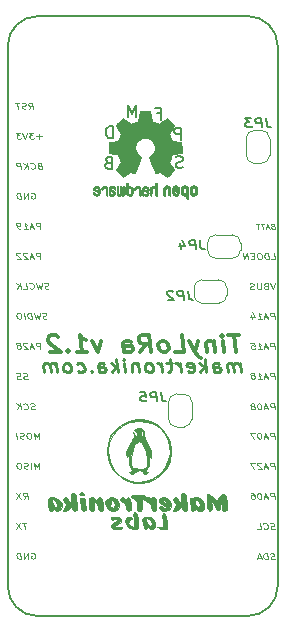
<source format=gbo>
G04 #@! TF.GenerationSoftware,KiCad,Pcbnew,(5.1.2-1)-1*
G04 #@! TF.CreationDate,2019-07-04T12:10:22+02:00*
G04 #@! TF.ProjectId,TLM-breakout-v1_2,544c4d2d-6272-4656-916b-6f75742d7631,1.1*
G04 #@! TF.SameCoordinates,Original*
G04 #@! TF.FileFunction,Legend,Bot*
G04 #@! TF.FilePolarity,Positive*
%FSLAX46Y46*%
G04 Gerber Fmt 4.6, Leading zero omitted, Abs format (unit mm)*
G04 Created by KiCad (PCBNEW (5.1.2-1)-1) date 2019-07-04 12:10:22*
%MOMM*%
%LPD*%
G04 APERTURE LIST*
%ADD10C,0.125000*%
%ADD11C,0.100000*%
%ADD12C,0.275000*%
%ADD13C,0.200000*%
%ADD14C,0.350000*%
%ADD15C,0.150000*%
%ADD16C,0.010000*%
%ADD17C,0.120000*%
%ADD18C,0.187500*%
G04 APERTURE END LIST*
D10*
X126262626Y-76426190D02*
X126432864Y-76188095D01*
X126605483Y-76426190D02*
X126542983Y-75926190D01*
X126314412Y-75926190D01*
X126260245Y-75950000D01*
X126234650Y-75973809D01*
X126212031Y-76021428D01*
X126220959Y-76092857D01*
X126255483Y-76140476D01*
X126287031Y-76164285D01*
X126347150Y-76188095D01*
X126575721Y-76188095D01*
X126031078Y-76402380D02*
X125948340Y-76426190D01*
X125805483Y-76426190D01*
X125745364Y-76402380D01*
X125713816Y-76378571D01*
X125679293Y-76330952D01*
X125673340Y-76283333D01*
X125695959Y-76235714D01*
X125721555Y-76211904D01*
X125775721Y-76188095D01*
X125887031Y-76164285D01*
X125941197Y-76140476D01*
X125966793Y-76116666D01*
X125989412Y-76069047D01*
X125983459Y-76021428D01*
X125948936Y-75973809D01*
X125917388Y-75950000D01*
X125857269Y-75926190D01*
X125714412Y-75926190D01*
X125631674Y-75950000D01*
X125457269Y-75926190D02*
X125114412Y-75926190D01*
X125348340Y-76426190D02*
X125285840Y-75926190D01*
X127353103Y-78775714D02*
X126895960Y-78775714D01*
X127148341Y-78966190D02*
X127100722Y-78585238D01*
X126628698Y-78466190D02*
X126257270Y-78466190D01*
X126481079Y-78656666D01*
X126395365Y-78656666D01*
X126341198Y-78680476D01*
X126315603Y-78704285D01*
X126292984Y-78751904D01*
X126307865Y-78870952D01*
X126342389Y-78918571D01*
X126373936Y-78942380D01*
X126434055Y-78966190D01*
X126605484Y-78966190D01*
X126659651Y-78942380D01*
X126685246Y-78918571D01*
X126085841Y-78466190D02*
X125948341Y-78966190D01*
X125685841Y-78466190D01*
X125542984Y-78466190D02*
X125171555Y-78466190D01*
X125395365Y-78656666D01*
X125309651Y-78656666D01*
X125255484Y-78680476D01*
X125229889Y-78704285D01*
X125207270Y-78751904D01*
X125222151Y-78870952D01*
X125256674Y-78918571D01*
X125288222Y-78942380D01*
X125348341Y-78966190D01*
X125519770Y-78966190D01*
X125573936Y-78942380D01*
X125599531Y-78918571D01*
X127144174Y-81244285D02*
X127061436Y-81268095D01*
X127035841Y-81291904D01*
X127013222Y-81339523D01*
X127022151Y-81410952D01*
X127056674Y-81458571D01*
X127088222Y-81482380D01*
X127148341Y-81506190D01*
X127376912Y-81506190D01*
X127314412Y-81006190D01*
X127114412Y-81006190D01*
X127060246Y-81030000D01*
X127034651Y-81053809D01*
X127012031Y-81101428D01*
X127017984Y-81149047D01*
X127052508Y-81196666D01*
X127084055Y-81220476D01*
X127144174Y-81244285D01*
X127344174Y-81244285D01*
X126428103Y-81458571D02*
X126459651Y-81482380D01*
X126548341Y-81506190D01*
X126605484Y-81506190D01*
X126688222Y-81482380D01*
X126739412Y-81434761D01*
X126762031Y-81387142D01*
X126778698Y-81291904D01*
X126769770Y-81220476D01*
X126729293Y-81125238D01*
X126694770Y-81077619D01*
X126631674Y-81030000D01*
X126542984Y-81006190D01*
X126485841Y-81006190D01*
X126403103Y-81030000D01*
X126377508Y-81053809D01*
X126176912Y-81506190D02*
X126114412Y-81006190D01*
X125834055Y-81506190D02*
X126055484Y-81220476D01*
X125771555Y-81006190D02*
X126150127Y-81291904D01*
X125576912Y-81506190D02*
X125514412Y-81006190D01*
X125285841Y-81006190D01*
X125231674Y-81030000D01*
X125206079Y-81053809D01*
X125183460Y-81101428D01*
X125192389Y-81172857D01*
X125226912Y-81220476D01*
X125258460Y-81244285D01*
X125318579Y-81268095D01*
X125547151Y-81268095D01*
X126431674Y-83570000D02*
X126485840Y-83546190D01*
X126571555Y-83546190D01*
X126660245Y-83570000D01*
X126723340Y-83617619D01*
X126757864Y-83665238D01*
X126798340Y-83760476D01*
X126807269Y-83831904D01*
X126790602Y-83927142D01*
X126767983Y-83974761D01*
X126716793Y-84022380D01*
X126634055Y-84046190D01*
X126576912Y-84046190D01*
X126488221Y-84022380D01*
X126456674Y-83998571D01*
X126435840Y-83831904D01*
X126550126Y-83831904D01*
X126205483Y-84046190D02*
X126142983Y-83546190D01*
X125862626Y-84046190D01*
X125800126Y-83546190D01*
X125576912Y-84046190D02*
X125514412Y-83546190D01*
X125371555Y-83546190D01*
X125288816Y-83570000D01*
X125237626Y-83617619D01*
X125215007Y-83665238D01*
X125198340Y-83760476D01*
X125207269Y-83831904D01*
X125247745Y-83927142D01*
X125282269Y-83974761D01*
X125345364Y-84022380D01*
X125434055Y-84046190D01*
X125576912Y-84046190D01*
X127234055Y-86586190D02*
X127171555Y-86086190D01*
X126942983Y-86086190D01*
X126888817Y-86110000D01*
X126863222Y-86133809D01*
X126840602Y-86181428D01*
X126849531Y-86252857D01*
X126884055Y-86300476D01*
X126915602Y-86324285D01*
X126975722Y-86348095D01*
X127204293Y-86348095D01*
X126644769Y-86443333D02*
X126359055Y-86443333D01*
X126719769Y-86586190D02*
X126457269Y-86086190D01*
X126319769Y-86586190D01*
X125805483Y-86586190D02*
X126148341Y-86586190D01*
X125976912Y-86586190D02*
X125914412Y-86086190D01*
X125980483Y-86157619D01*
X126043579Y-86205238D01*
X126103698Y-86229047D01*
X125519769Y-86586190D02*
X125405483Y-86586190D01*
X125345364Y-86562380D01*
X125313817Y-86538571D01*
X125247745Y-86467142D01*
X125207269Y-86371904D01*
X125183460Y-86181428D01*
X125206079Y-86133809D01*
X125231674Y-86110000D01*
X125285841Y-86086190D01*
X125400126Y-86086190D01*
X125460245Y-86110000D01*
X125491793Y-86133809D01*
X125526317Y-86181428D01*
X125541198Y-86300476D01*
X125518579Y-86348095D01*
X125492983Y-86371904D01*
X125438817Y-86395714D01*
X125324531Y-86395714D01*
X125264412Y-86371904D01*
X125232864Y-86348095D01*
X125198341Y-86300476D01*
X127234055Y-89126190D02*
X127171555Y-88626190D01*
X126942983Y-88626190D01*
X126888817Y-88650000D01*
X126863222Y-88673809D01*
X126840602Y-88721428D01*
X126849531Y-88792857D01*
X126884055Y-88840476D01*
X126915602Y-88864285D01*
X126975722Y-88888095D01*
X127204293Y-88888095D01*
X126644769Y-88983333D02*
X126359055Y-88983333D01*
X126719769Y-89126190D02*
X126457269Y-88626190D01*
X126319769Y-89126190D01*
X126091793Y-88673809D02*
X126060245Y-88650000D01*
X126000126Y-88626190D01*
X125857269Y-88626190D01*
X125803102Y-88650000D01*
X125777507Y-88673809D01*
X125754888Y-88721428D01*
X125760841Y-88769047D01*
X125798341Y-88840476D01*
X126176912Y-89126190D01*
X125805483Y-89126190D01*
X125520364Y-88673809D02*
X125488817Y-88650000D01*
X125428698Y-88626190D01*
X125285841Y-88626190D01*
X125231674Y-88650000D01*
X125206079Y-88673809D01*
X125183460Y-88721428D01*
X125189412Y-88769047D01*
X125226912Y-88840476D01*
X125605483Y-89126190D01*
X125234055Y-89126190D01*
X127945364Y-91642380D02*
X127862626Y-91666190D01*
X127719769Y-91666190D01*
X127659650Y-91642380D01*
X127628102Y-91618571D01*
X127593579Y-91570952D01*
X127587626Y-91523333D01*
X127610245Y-91475714D01*
X127635840Y-91451904D01*
X127690007Y-91428095D01*
X127801317Y-91404285D01*
X127855483Y-91380476D01*
X127881079Y-91356666D01*
X127903698Y-91309047D01*
X127897745Y-91261428D01*
X127863221Y-91213809D01*
X127831674Y-91190000D01*
X127771555Y-91166190D01*
X127628698Y-91166190D01*
X127545959Y-91190000D01*
X127342983Y-91166190D02*
X127262626Y-91666190D01*
X127103698Y-91309047D01*
X127034055Y-91666190D01*
X126828698Y-91166190D01*
X126313817Y-91618571D02*
X126345364Y-91642380D01*
X126434055Y-91666190D01*
X126491198Y-91666190D01*
X126573936Y-91642380D01*
X126625126Y-91594761D01*
X126647745Y-91547142D01*
X126664412Y-91451904D01*
X126655483Y-91380476D01*
X126615007Y-91285238D01*
X126580483Y-91237619D01*
X126517388Y-91190000D01*
X126428698Y-91166190D01*
X126371555Y-91166190D01*
X126288817Y-91190000D01*
X126263221Y-91213809D01*
X125776912Y-91666190D02*
X126062626Y-91666190D01*
X126000126Y-91166190D01*
X125576912Y-91666190D02*
X125514412Y-91166190D01*
X125234055Y-91666190D02*
X125455483Y-91380476D01*
X125171555Y-91166190D02*
X125550126Y-91451904D01*
X127773936Y-94182380D02*
X127691198Y-94206190D01*
X127548341Y-94206190D01*
X127488222Y-94182380D01*
X127456674Y-94158571D01*
X127422150Y-94110952D01*
X127416198Y-94063333D01*
X127438817Y-94015714D01*
X127464412Y-93991904D01*
X127518579Y-93968095D01*
X127629888Y-93944285D01*
X127684055Y-93920476D01*
X127709650Y-93896666D01*
X127732269Y-93849047D01*
X127726317Y-93801428D01*
X127691793Y-93753809D01*
X127660245Y-93730000D01*
X127600126Y-93706190D01*
X127457269Y-93706190D01*
X127374531Y-93730000D01*
X127171555Y-93706190D02*
X127091198Y-94206190D01*
X126932269Y-93849047D01*
X126862626Y-94206190D01*
X126657269Y-93706190D01*
X126491198Y-94206190D02*
X126428698Y-93706190D01*
X126285841Y-93706190D01*
X126203103Y-93730000D01*
X126151912Y-93777619D01*
X126129293Y-93825238D01*
X126112626Y-93920476D01*
X126121555Y-93991904D01*
X126162031Y-94087142D01*
X126196555Y-94134761D01*
X126259650Y-94182380D01*
X126348341Y-94206190D01*
X126491198Y-94206190D01*
X125891198Y-94206190D02*
X125828698Y-93706190D01*
X125428698Y-93706190D02*
X125314412Y-93706190D01*
X125260245Y-93730000D01*
X125209055Y-93777619D01*
X125192388Y-93872857D01*
X125213222Y-94039523D01*
X125253698Y-94134761D01*
X125316793Y-94182380D01*
X125376912Y-94206190D01*
X125491198Y-94206190D01*
X125545365Y-94182380D01*
X125596555Y-94134761D01*
X125613222Y-94039523D01*
X125592388Y-93872857D01*
X125551912Y-93777619D01*
X125488817Y-93730000D01*
X125428698Y-93706190D01*
X127234055Y-96746190D02*
X127171555Y-96246190D01*
X126942983Y-96246190D01*
X126888817Y-96270000D01*
X126863222Y-96293809D01*
X126840602Y-96341428D01*
X126849531Y-96412857D01*
X126884055Y-96460476D01*
X126915602Y-96484285D01*
X126975722Y-96508095D01*
X127204293Y-96508095D01*
X126644769Y-96603333D02*
X126359055Y-96603333D01*
X126719769Y-96746190D02*
X126457269Y-96246190D01*
X126319769Y-96746190D01*
X126091793Y-96293809D02*
X126060245Y-96270000D01*
X126000126Y-96246190D01*
X125857269Y-96246190D01*
X125803102Y-96270000D01*
X125777507Y-96293809D01*
X125754888Y-96341428D01*
X125760841Y-96389047D01*
X125798341Y-96460476D01*
X126176912Y-96746190D01*
X125805483Y-96746190D01*
X125426912Y-96460476D02*
X125481079Y-96436666D01*
X125506674Y-96412857D01*
X125529293Y-96365238D01*
X125526317Y-96341428D01*
X125491793Y-96293809D01*
X125460245Y-96270000D01*
X125400126Y-96246190D01*
X125285841Y-96246190D01*
X125231674Y-96270000D01*
X125206079Y-96293809D01*
X125183460Y-96341428D01*
X125186436Y-96365238D01*
X125220960Y-96412857D01*
X125252507Y-96436666D01*
X125312626Y-96460476D01*
X125426912Y-96460476D01*
X125487031Y-96484285D01*
X125518579Y-96508095D01*
X125553102Y-96555714D01*
X125565007Y-96650952D01*
X125542388Y-96698571D01*
X125516793Y-96722380D01*
X125462626Y-96746190D01*
X125348341Y-96746190D01*
X125288222Y-96722380D01*
X125256674Y-96698571D01*
X125222150Y-96650952D01*
X125210245Y-96555714D01*
X125232864Y-96508095D01*
X125258460Y-96484285D01*
X125312626Y-96460476D01*
X126145364Y-99282377D02*
X126062626Y-99306187D01*
X125919769Y-99306187D01*
X125859650Y-99282377D01*
X125828102Y-99258568D01*
X125793579Y-99210949D01*
X125787626Y-99163330D01*
X125810245Y-99115711D01*
X125835840Y-99091901D01*
X125890007Y-99068092D01*
X126001317Y-99044282D01*
X126055483Y-99020473D01*
X126081079Y-98996663D01*
X126103698Y-98949044D01*
X126097745Y-98901425D01*
X126063221Y-98853806D01*
X126031674Y-98829997D01*
X125971555Y-98806187D01*
X125828698Y-98806187D01*
X125745959Y-98829997D01*
X125573936Y-99282377D02*
X125491198Y-99306187D01*
X125348340Y-99306187D01*
X125288221Y-99282377D01*
X125256674Y-99258568D01*
X125222150Y-99210949D01*
X125216198Y-99163330D01*
X125238817Y-99115711D01*
X125264412Y-99091901D01*
X125318579Y-99068092D01*
X125429888Y-99044282D01*
X125484055Y-99020473D01*
X125509650Y-98996663D01*
X125532269Y-98949044D01*
X125526317Y-98901425D01*
X125491793Y-98853806D01*
X125460245Y-98829997D01*
X125400126Y-98806187D01*
X125257269Y-98806187D01*
X125174531Y-98829997D01*
X126773936Y-101845710D02*
X126691198Y-101869520D01*
X126548341Y-101869520D01*
X126488222Y-101845710D01*
X126456674Y-101821901D01*
X126422150Y-101774282D01*
X126416198Y-101726663D01*
X126438817Y-101679044D01*
X126464412Y-101655234D01*
X126518579Y-101631425D01*
X126629888Y-101607615D01*
X126684055Y-101583806D01*
X126709650Y-101559996D01*
X126732269Y-101512377D01*
X126726317Y-101464758D01*
X126691793Y-101417139D01*
X126660245Y-101393330D01*
X126600126Y-101369520D01*
X126457269Y-101369520D01*
X126374531Y-101393330D01*
X125828103Y-101821901D02*
X125859650Y-101845710D01*
X125948341Y-101869520D01*
X126005484Y-101869520D01*
X126088222Y-101845710D01*
X126139412Y-101798091D01*
X126162031Y-101750472D01*
X126178698Y-101655234D01*
X126169769Y-101583806D01*
X126129293Y-101488568D01*
X126094769Y-101440949D01*
X126031674Y-101393330D01*
X125942984Y-101369520D01*
X125885841Y-101369520D01*
X125803103Y-101393330D01*
X125777507Y-101417139D01*
X125576912Y-101869520D02*
X125514412Y-101369520D01*
X125234055Y-101869520D02*
X125455484Y-101583806D01*
X125171555Y-101369520D02*
X125550126Y-101655234D01*
X127148341Y-104366190D02*
X127085841Y-103866190D01*
X126930484Y-104223333D01*
X126685841Y-103866190D01*
X126748341Y-104366190D01*
X126285841Y-103866190D02*
X126171555Y-103866190D01*
X126117388Y-103890000D01*
X126066198Y-103937619D01*
X126049531Y-104032857D01*
X126070365Y-104199523D01*
X126110841Y-104294761D01*
X126173936Y-104342380D01*
X126234055Y-104366190D01*
X126348341Y-104366190D01*
X126402507Y-104342380D01*
X126453698Y-104294761D01*
X126470365Y-104199523D01*
X126449531Y-104032857D01*
X126409055Y-103937619D01*
X126345960Y-103890000D01*
X126285841Y-103866190D01*
X125859650Y-104342380D02*
X125776912Y-104366190D01*
X125634055Y-104366190D01*
X125573936Y-104342380D01*
X125542388Y-104318571D01*
X125507865Y-104270952D01*
X125501912Y-104223333D01*
X125524531Y-104175714D01*
X125550126Y-104151904D01*
X125604293Y-104128095D01*
X125715603Y-104104285D01*
X125769769Y-104080476D01*
X125795365Y-104056666D01*
X125817984Y-104009047D01*
X125812031Y-103961428D01*
X125777507Y-103913809D01*
X125745960Y-103890000D01*
X125685841Y-103866190D01*
X125542984Y-103866190D01*
X125460245Y-103890000D01*
X125262626Y-104366190D02*
X125200126Y-103866190D01*
X127148341Y-106906190D02*
X127085841Y-106406190D01*
X126930484Y-106763333D01*
X126685841Y-106406190D01*
X126748341Y-106906190D01*
X126462626Y-106906190D02*
X126400126Y-106406190D01*
X126202507Y-106882380D02*
X126119769Y-106906190D01*
X125976912Y-106906190D01*
X125916793Y-106882380D01*
X125885245Y-106858571D01*
X125850722Y-106810952D01*
X125844769Y-106763333D01*
X125867388Y-106715714D01*
X125892984Y-106691904D01*
X125947150Y-106668095D01*
X126058460Y-106644285D01*
X126112626Y-106620476D01*
X126138222Y-106596666D01*
X126160841Y-106549047D01*
X126154888Y-106501428D01*
X126120365Y-106453809D01*
X126088817Y-106430000D01*
X126028698Y-106406190D01*
X125885841Y-106406190D01*
X125803103Y-106430000D01*
X125428698Y-106406190D02*
X125314412Y-106406190D01*
X125260245Y-106430000D01*
X125209055Y-106477619D01*
X125192388Y-106572857D01*
X125213222Y-106739523D01*
X125253698Y-106834761D01*
X125316793Y-106882380D01*
X125376912Y-106906190D01*
X125491198Y-106906190D01*
X125545365Y-106882380D01*
X125596555Y-106834761D01*
X125613222Y-106739523D01*
X125592388Y-106572857D01*
X125551912Y-106477619D01*
X125488817Y-106430000D01*
X125428698Y-106406190D01*
X125805484Y-109446190D02*
X125975722Y-109208095D01*
X126148341Y-109446190D02*
X126085841Y-108946190D01*
X125857269Y-108946190D01*
X125803103Y-108970000D01*
X125777507Y-108993809D01*
X125754888Y-109041428D01*
X125763817Y-109112857D01*
X125798341Y-109160476D01*
X125829888Y-109184285D01*
X125890007Y-109208095D01*
X126118579Y-109208095D01*
X125542984Y-108946190D02*
X125205484Y-109446190D01*
X125142984Y-108946190D02*
X125605484Y-109446190D01*
X126028697Y-111486190D02*
X125685840Y-111486190D01*
X125919769Y-111986190D02*
X125857269Y-111486190D01*
X125542983Y-111486190D02*
X125205483Y-111986190D01*
X125142983Y-111486190D02*
X125605483Y-111986190D01*
X126431674Y-114050000D02*
X126485840Y-114026190D01*
X126571555Y-114026190D01*
X126660245Y-114050000D01*
X126723340Y-114097619D01*
X126757864Y-114145238D01*
X126798340Y-114240476D01*
X126807269Y-114311904D01*
X126790602Y-114407142D01*
X126767983Y-114454761D01*
X126716793Y-114502380D01*
X126634055Y-114526190D01*
X126576912Y-114526190D01*
X126488221Y-114502380D01*
X126456674Y-114478571D01*
X126435840Y-114311904D01*
X126550126Y-114311904D01*
X126205483Y-114526190D02*
X126142983Y-114026190D01*
X125862626Y-114526190D01*
X125800126Y-114026190D01*
X125576912Y-114526190D02*
X125514412Y-114026190D01*
X125371555Y-114026190D01*
X125288816Y-114050000D01*
X125237626Y-114097619D01*
X125215007Y-114145238D01*
X125198340Y-114240476D01*
X125207269Y-114311904D01*
X125247745Y-114407142D01*
X125282269Y-114454761D01*
X125345364Y-114502380D01*
X125434055Y-114526190D01*
X125576912Y-114526190D01*
D11*
X146874196Y-86361428D02*
X146805148Y-86380476D01*
X146783720Y-86399523D01*
X146764672Y-86437619D01*
X146771815Y-86494761D01*
X146800386Y-86532857D01*
X146826577Y-86551904D01*
X146876577Y-86570952D01*
X147067053Y-86570952D01*
X147017053Y-86170952D01*
X146850386Y-86170952D01*
X146805148Y-86190000D01*
X146783720Y-86209047D01*
X146764672Y-86247142D01*
X146769434Y-86285238D01*
X146798005Y-86323333D01*
X146824196Y-86342380D01*
X146874196Y-86361428D01*
X147040863Y-86361428D01*
X146576577Y-86456666D02*
X146338482Y-86456666D01*
X146638482Y-86570952D02*
X146421815Y-86170952D01*
X146305148Y-86570952D01*
X146159910Y-86170952D02*
X145874196Y-86170952D01*
X146067053Y-86570952D02*
X146017053Y-86170952D01*
X145778958Y-86170952D02*
X145493244Y-86170952D01*
X145686101Y-86570952D02*
X145636101Y-86170952D01*
X146766309Y-89146190D02*
X147052023Y-89146190D01*
X146989523Y-88646190D01*
X146566309Y-89146190D02*
X146503809Y-88646190D01*
X146360952Y-88646190D01*
X146278214Y-88670000D01*
X146227023Y-88717619D01*
X146204404Y-88765238D01*
X146187738Y-88860476D01*
X146196666Y-88931904D01*
X146237142Y-89027142D01*
X146271666Y-89074761D01*
X146334761Y-89122380D01*
X146423452Y-89146190D01*
X146566309Y-89146190D01*
X145789523Y-88646190D02*
X145675238Y-88646190D01*
X145621071Y-88670000D01*
X145569880Y-88717619D01*
X145553214Y-88812857D01*
X145574047Y-88979523D01*
X145614523Y-89074761D01*
X145677619Y-89122380D01*
X145737738Y-89146190D01*
X145852023Y-89146190D01*
X145906190Y-89122380D01*
X145957380Y-89074761D01*
X145974047Y-88979523D01*
X145953214Y-88812857D01*
X145912738Y-88717619D01*
X145849642Y-88670000D01*
X145789523Y-88646190D01*
X145305000Y-88884285D02*
X145105000Y-88884285D01*
X145052023Y-89146190D02*
X145337738Y-89146190D01*
X145275238Y-88646190D01*
X144989523Y-88646190D01*
X144794880Y-89146190D02*
X144732380Y-88646190D01*
X144452023Y-89146190D01*
X144389523Y-88646190D01*
X147075237Y-91206190D02*
X146937737Y-91706190D01*
X146675237Y-91206190D01*
X146304999Y-91444285D02*
X146222261Y-91468095D01*
X146196666Y-91491904D01*
X146174047Y-91539523D01*
X146182975Y-91610952D01*
X146217499Y-91658571D01*
X146249047Y-91682380D01*
X146309166Y-91706190D01*
X146537737Y-91706190D01*
X146475237Y-91206190D01*
X146275237Y-91206190D01*
X146221071Y-91230000D01*
X146195475Y-91253809D01*
X146172856Y-91301428D01*
X146178809Y-91349047D01*
X146213333Y-91396666D01*
X146244880Y-91420476D01*
X146304999Y-91444285D01*
X146504999Y-91444285D01*
X145875237Y-91206190D02*
X145925833Y-91610952D01*
X145903214Y-91658571D01*
X145877618Y-91682380D01*
X145823452Y-91706190D01*
X145709166Y-91706190D01*
X145649047Y-91682380D01*
X145617499Y-91658571D01*
X145582975Y-91610952D01*
X145532380Y-91206190D01*
X145334761Y-91682380D02*
X145252023Y-91706190D01*
X145109166Y-91706190D01*
X145049047Y-91682380D01*
X145017499Y-91658571D01*
X144982975Y-91610952D01*
X144977023Y-91563333D01*
X144999642Y-91515714D01*
X145025237Y-91491904D01*
X145079404Y-91468095D01*
X145190714Y-91444285D01*
X145244880Y-91420476D01*
X145270475Y-91396666D01*
X145293094Y-91349047D01*
X145287142Y-91301428D01*
X145252618Y-91253809D01*
X145221071Y-91230000D01*
X145160952Y-91206190D01*
X145018094Y-91206190D01*
X144935356Y-91230000D01*
X147052023Y-94196190D02*
X146989523Y-93696190D01*
X146760951Y-93696190D01*
X146706785Y-93720000D01*
X146681189Y-93743809D01*
X146658570Y-93791428D01*
X146667499Y-93862857D01*
X146702023Y-93910476D01*
X146733570Y-93934285D01*
X146793689Y-93958095D01*
X147022261Y-93958095D01*
X146462737Y-94053333D02*
X146177023Y-94053333D01*
X146537737Y-94196190D02*
X146275237Y-93696190D01*
X146137737Y-94196190D01*
X145623451Y-94196190D02*
X145966308Y-94196190D01*
X145794880Y-94196190D02*
X145732380Y-93696190D01*
X145798451Y-93767619D01*
X145861546Y-93815238D01*
X145921665Y-93839047D01*
X145067499Y-93862857D02*
X145109165Y-94196190D01*
X145186546Y-93672380D02*
X145374046Y-94029523D01*
X145002618Y-94029523D01*
X147052023Y-96766190D02*
X146989523Y-96266190D01*
X146760951Y-96266190D01*
X146706785Y-96290000D01*
X146681189Y-96313809D01*
X146658570Y-96361428D01*
X146667499Y-96432857D01*
X146702023Y-96480476D01*
X146733570Y-96504285D01*
X146793689Y-96528095D01*
X147022261Y-96528095D01*
X146462737Y-96623333D02*
X146177023Y-96623333D01*
X146537737Y-96766190D02*
X146275237Y-96266190D01*
X146137737Y-96766190D01*
X145623451Y-96766190D02*
X145966308Y-96766190D01*
X145794880Y-96766190D02*
X145732380Y-96266190D01*
X145798451Y-96337619D01*
X145861546Y-96385238D01*
X145921665Y-96409047D01*
X145018094Y-96266190D02*
X145303808Y-96266190D01*
X145362142Y-96504285D01*
X145330594Y-96480476D01*
X145270475Y-96456666D01*
X145127618Y-96456666D01*
X145073451Y-96480476D01*
X145047856Y-96504285D01*
X145025237Y-96551904D01*
X145040118Y-96670952D01*
X145074642Y-96718571D01*
X145106189Y-96742380D01*
X145166308Y-96766190D01*
X145309165Y-96766190D01*
X145363332Y-96742380D01*
X145388927Y-96718571D01*
X147052023Y-99286190D02*
X146989523Y-98786190D01*
X146760951Y-98786190D01*
X146706785Y-98810000D01*
X146681189Y-98833809D01*
X146658570Y-98881428D01*
X146667499Y-98952857D01*
X146702023Y-99000476D01*
X146733570Y-99024285D01*
X146793689Y-99048095D01*
X147022261Y-99048095D01*
X146462737Y-99143333D02*
X146177023Y-99143333D01*
X146537737Y-99286190D02*
X146275237Y-98786190D01*
X146137737Y-99286190D01*
X145623451Y-99286190D02*
X145966308Y-99286190D01*
X145794880Y-99286190D02*
X145732380Y-98786190D01*
X145798451Y-98857619D01*
X145861546Y-98905238D01*
X145921665Y-98929047D01*
X145244880Y-99000476D02*
X145299046Y-98976666D01*
X145324642Y-98952857D01*
X145347261Y-98905238D01*
X145344285Y-98881428D01*
X145309761Y-98833809D01*
X145278213Y-98810000D01*
X145218094Y-98786190D01*
X145103808Y-98786190D01*
X145049642Y-98810000D01*
X145024046Y-98833809D01*
X145001427Y-98881428D01*
X145004404Y-98905238D01*
X145038927Y-98952857D01*
X145070475Y-98976666D01*
X145130594Y-99000476D01*
X145244880Y-99000476D01*
X145304999Y-99024285D01*
X145336546Y-99048095D01*
X145371070Y-99095714D01*
X145382975Y-99190952D01*
X145360356Y-99238571D01*
X145334761Y-99262380D01*
X145280594Y-99286190D01*
X145166308Y-99286190D01*
X145106189Y-99262380D01*
X145074642Y-99238571D01*
X145040118Y-99190952D01*
X145028213Y-99095714D01*
X145050832Y-99048095D01*
X145076427Y-99024285D01*
X145130594Y-99000476D01*
X147052023Y-101876190D02*
X146989523Y-101376190D01*
X146760951Y-101376190D01*
X146706785Y-101400000D01*
X146681189Y-101423809D01*
X146658570Y-101471428D01*
X146667499Y-101542857D01*
X146702023Y-101590476D01*
X146733570Y-101614285D01*
X146793689Y-101638095D01*
X147022261Y-101638095D01*
X146462737Y-101733333D02*
X146177023Y-101733333D01*
X146537737Y-101876190D02*
X146275237Y-101376190D01*
X146137737Y-101876190D01*
X145760951Y-101376190D02*
X145703808Y-101376190D01*
X145649642Y-101400000D01*
X145624046Y-101423809D01*
X145601427Y-101471428D01*
X145584761Y-101566666D01*
X145599642Y-101685714D01*
X145640118Y-101780952D01*
X145674642Y-101828571D01*
X145706189Y-101852380D01*
X145766308Y-101876190D01*
X145823451Y-101876190D01*
X145877618Y-101852380D01*
X145903213Y-101828571D01*
X145925832Y-101780952D01*
X145942499Y-101685714D01*
X145927618Y-101566666D01*
X145887142Y-101471428D01*
X145852618Y-101423809D01*
X145821070Y-101400000D01*
X145760951Y-101376190D01*
X145244880Y-101590476D02*
X145299046Y-101566666D01*
X145324642Y-101542857D01*
X145347261Y-101495238D01*
X145344285Y-101471428D01*
X145309761Y-101423809D01*
X145278213Y-101400000D01*
X145218094Y-101376190D01*
X145103808Y-101376190D01*
X145049642Y-101400000D01*
X145024046Y-101423809D01*
X145001427Y-101471428D01*
X145004404Y-101495238D01*
X145038927Y-101542857D01*
X145070475Y-101566666D01*
X145130594Y-101590476D01*
X145244880Y-101590476D01*
X145304999Y-101614285D01*
X145336546Y-101638095D01*
X145371070Y-101685714D01*
X145382975Y-101780952D01*
X145360356Y-101828571D01*
X145334761Y-101852380D01*
X145280594Y-101876190D01*
X145166308Y-101876190D01*
X145106189Y-101852380D01*
X145074642Y-101828571D01*
X145040118Y-101780952D01*
X145028213Y-101685714D01*
X145050832Y-101638095D01*
X145076427Y-101614285D01*
X145130594Y-101590476D01*
X147052023Y-104366190D02*
X146989523Y-103866190D01*
X146760951Y-103866190D01*
X146706785Y-103890000D01*
X146681189Y-103913809D01*
X146658570Y-103961428D01*
X146667499Y-104032857D01*
X146702023Y-104080476D01*
X146733570Y-104104285D01*
X146793689Y-104128095D01*
X147022261Y-104128095D01*
X146462737Y-104223333D02*
X146177023Y-104223333D01*
X146537737Y-104366190D02*
X146275237Y-103866190D01*
X146137737Y-104366190D01*
X145760951Y-103866190D02*
X145703808Y-103866190D01*
X145649642Y-103890000D01*
X145624046Y-103913809D01*
X145601427Y-103961428D01*
X145584761Y-104056666D01*
X145599642Y-104175714D01*
X145640118Y-104270952D01*
X145674642Y-104318571D01*
X145706189Y-104342380D01*
X145766308Y-104366190D01*
X145823451Y-104366190D01*
X145877618Y-104342380D01*
X145903213Y-104318571D01*
X145925832Y-104270952D01*
X145942499Y-104175714D01*
X145927618Y-104056666D01*
X145887142Y-103961428D01*
X145852618Y-103913809D01*
X145821070Y-103890000D01*
X145760951Y-103866190D01*
X145360951Y-103866190D02*
X144960951Y-103866190D01*
X145280594Y-104366190D01*
X147052023Y-106906190D02*
X146989523Y-106406190D01*
X146760951Y-106406190D01*
X146706785Y-106430000D01*
X146681189Y-106453809D01*
X146658570Y-106501428D01*
X146667499Y-106572857D01*
X146702023Y-106620476D01*
X146733570Y-106644285D01*
X146793689Y-106668095D01*
X147022261Y-106668095D01*
X146462737Y-106763333D02*
X146177023Y-106763333D01*
X146537737Y-106906190D02*
X146275237Y-106406190D01*
X146137737Y-106906190D01*
X145909761Y-106453809D02*
X145878213Y-106430000D01*
X145818094Y-106406190D01*
X145675237Y-106406190D01*
X145621070Y-106430000D01*
X145595475Y-106453809D01*
X145572856Y-106501428D01*
X145578808Y-106549047D01*
X145616308Y-106620476D01*
X145994880Y-106906190D01*
X145623451Y-106906190D01*
X145360951Y-106406190D02*
X144960951Y-106406190D01*
X145280594Y-106906190D01*
X147052023Y-109456190D02*
X146989523Y-108956190D01*
X146760951Y-108956190D01*
X146706785Y-108980000D01*
X146681189Y-109003809D01*
X146658570Y-109051428D01*
X146667499Y-109122857D01*
X146702023Y-109170476D01*
X146733570Y-109194285D01*
X146793689Y-109218095D01*
X147022261Y-109218095D01*
X146462737Y-109313333D02*
X146177023Y-109313333D01*
X146537737Y-109456190D02*
X146275237Y-108956190D01*
X146137737Y-109456190D01*
X145760951Y-108956190D02*
X145703808Y-108956190D01*
X145649642Y-108980000D01*
X145624046Y-109003809D01*
X145601427Y-109051428D01*
X145584761Y-109146666D01*
X145599642Y-109265714D01*
X145640118Y-109360952D01*
X145674642Y-109408571D01*
X145706189Y-109432380D01*
X145766308Y-109456190D01*
X145823451Y-109456190D01*
X145877618Y-109432380D01*
X145903213Y-109408571D01*
X145925832Y-109360952D01*
X145942499Y-109265714D01*
X145927618Y-109146666D01*
X145887142Y-109051428D01*
X145852618Y-109003809D01*
X145821070Y-108980000D01*
X145760951Y-108956190D01*
X145046665Y-108956190D02*
X145160951Y-108956190D01*
X145221070Y-108980000D01*
X145252618Y-109003809D01*
X145318689Y-109075238D01*
X145359165Y-109170476D01*
X145382975Y-109360952D01*
X145360356Y-109408571D01*
X145334761Y-109432380D01*
X145280594Y-109456190D01*
X145166308Y-109456190D01*
X145106189Y-109432380D01*
X145074642Y-109408571D01*
X145040118Y-109360952D01*
X145025237Y-109241904D01*
X145047856Y-109194285D01*
X145073451Y-109170476D01*
X145127618Y-109146666D01*
X145241904Y-109146666D01*
X145302023Y-109170476D01*
X145333570Y-109194285D01*
X145368094Y-109241904D01*
X147077618Y-111982380D02*
X146994880Y-112006190D01*
X146852023Y-112006190D01*
X146791904Y-111982380D01*
X146760356Y-111958571D01*
X146725832Y-111910952D01*
X146719880Y-111863333D01*
X146742499Y-111815714D01*
X146768094Y-111791904D01*
X146822261Y-111768095D01*
X146933570Y-111744285D01*
X146987737Y-111720476D01*
X147013332Y-111696666D01*
X147035951Y-111649047D01*
X147029999Y-111601428D01*
X146995475Y-111553809D01*
X146963927Y-111530000D01*
X146903808Y-111506190D01*
X146760951Y-111506190D01*
X146678213Y-111530000D01*
X146131785Y-111958571D02*
X146163332Y-111982380D01*
X146252023Y-112006190D01*
X146309165Y-112006190D01*
X146391904Y-111982380D01*
X146443094Y-111934761D01*
X146465713Y-111887142D01*
X146482380Y-111791904D01*
X146473451Y-111720476D01*
X146432975Y-111625238D01*
X146398451Y-111577619D01*
X146335356Y-111530000D01*
X146246665Y-111506190D01*
X146189523Y-111506190D01*
X146106785Y-111530000D01*
X146081189Y-111553809D01*
X145594880Y-112006190D02*
X145880594Y-112006190D01*
X145818094Y-111506190D01*
X147077619Y-114542380D02*
X146994880Y-114566190D01*
X146852023Y-114566190D01*
X146791904Y-114542380D01*
X146760357Y-114518571D01*
X146725833Y-114470952D01*
X146719880Y-114423333D01*
X146742500Y-114375714D01*
X146768095Y-114351904D01*
X146822261Y-114328095D01*
X146933571Y-114304285D01*
X146987738Y-114280476D01*
X147013333Y-114256666D01*
X147035952Y-114209047D01*
X147030000Y-114161428D01*
X146995476Y-114113809D01*
X146963928Y-114090000D01*
X146903809Y-114066190D01*
X146760952Y-114066190D01*
X146678214Y-114090000D01*
X146480595Y-114566190D02*
X146418095Y-114066190D01*
X146275238Y-114066190D01*
X146192500Y-114090000D01*
X146141309Y-114137619D01*
X146118690Y-114185238D01*
X146102023Y-114280476D01*
X146110952Y-114351904D01*
X146151428Y-114447142D01*
X146185952Y-114494761D01*
X146249047Y-114542380D01*
X146337738Y-114566190D01*
X146480595Y-114566190D01*
X145891309Y-114423333D02*
X145605595Y-114423333D01*
X145966309Y-114566190D02*
X145703809Y-114066190D01*
X145566309Y-114566190D01*
D12*
X144185111Y-98717619D02*
X144093444Y-97984285D01*
X144106540Y-98089047D02*
X144038087Y-98036666D01*
X143907730Y-97984285D01*
X143722016Y-97984285D01*
X143604754Y-98036666D01*
X143555944Y-98141428D01*
X143627968Y-98717619D01*
X143555944Y-98141428D02*
X143480944Y-98036666D01*
X143350587Y-97984285D01*
X143164873Y-97984285D01*
X143047611Y-98036666D01*
X142998802Y-98141428D01*
X143070825Y-98717619D01*
X141894635Y-98717619D02*
X141822611Y-98141428D01*
X141871421Y-98036666D01*
X141988683Y-97984285D01*
X142236302Y-97984285D01*
X142366659Y-98036666D01*
X141888087Y-98665238D02*
X142018444Y-98717619D01*
X142327968Y-98717619D01*
X142445230Y-98665238D01*
X142494040Y-98560476D01*
X142480944Y-98455714D01*
X142405944Y-98350952D01*
X142275587Y-98298571D01*
X141966063Y-98298571D01*
X141835706Y-98246190D01*
X141275587Y-98717619D02*
X141138087Y-97617619D01*
X141099397Y-98298571D02*
X140780349Y-98717619D01*
X140688683Y-97984285D02*
X141236302Y-98403333D01*
X139721421Y-98665238D02*
X139851778Y-98717619D01*
X140099397Y-98717619D01*
X140216659Y-98665238D01*
X140265468Y-98560476D01*
X140213087Y-98141428D01*
X140138087Y-98036666D01*
X140007730Y-97984285D01*
X139760111Y-97984285D01*
X139642849Y-98036666D01*
X139594040Y-98141428D01*
X139607135Y-98246190D01*
X140239278Y-98350952D01*
X139108921Y-98717619D02*
X139017254Y-97984285D01*
X139043444Y-98193809D02*
X138968444Y-98089047D01*
X138899992Y-98036666D01*
X138769635Y-97984285D01*
X138645825Y-97984285D01*
X138398206Y-97984285D02*
X137902968Y-97984285D01*
X138166659Y-97617619D02*
X138284516Y-98560476D01*
X138235706Y-98665238D01*
X138118444Y-98717619D01*
X137994635Y-98717619D01*
X137561302Y-98717619D02*
X137469635Y-97984285D01*
X137495825Y-98193809D02*
X137420825Y-98089047D01*
X137352373Y-98036666D01*
X137222016Y-97984285D01*
X137098206Y-97984285D01*
X136570825Y-98717619D02*
X136688087Y-98665238D01*
X136743444Y-98612857D01*
X136792254Y-98508095D01*
X136752968Y-98193809D01*
X136677968Y-98089047D01*
X136609516Y-98036666D01*
X136479159Y-97984285D01*
X136293444Y-97984285D01*
X136176183Y-98036666D01*
X136120825Y-98089047D01*
X136072016Y-98193809D01*
X136111302Y-98508095D01*
X136186302Y-98612857D01*
X136254754Y-98665238D01*
X136385111Y-98717619D01*
X136570825Y-98717619D01*
X135488683Y-97984285D02*
X135580349Y-98717619D01*
X135501778Y-98089047D02*
X135433325Y-98036666D01*
X135302968Y-97984285D01*
X135117254Y-97984285D01*
X134999992Y-98036666D01*
X134951183Y-98141428D01*
X135023206Y-98717619D01*
X134404159Y-98717619D02*
X134312492Y-97984285D01*
X134266659Y-97617619D02*
X134335111Y-97670000D01*
X134279754Y-97722380D01*
X134211302Y-97670000D01*
X134266659Y-97617619D01*
X134279754Y-97722380D01*
X133785111Y-98717619D02*
X133647611Y-97617619D01*
X133608921Y-98298571D02*
X133289873Y-98717619D01*
X133198206Y-97984285D02*
X133745825Y-98403333D01*
X132175587Y-98717619D02*
X132103563Y-98141428D01*
X132152373Y-98036666D01*
X132269635Y-97984285D01*
X132517254Y-97984285D01*
X132647611Y-98036666D01*
X132169040Y-98665238D02*
X132299397Y-98717619D01*
X132608921Y-98717619D01*
X132726183Y-98665238D01*
X132774992Y-98560476D01*
X132761897Y-98455714D01*
X132686897Y-98350952D01*
X132556540Y-98298571D01*
X132247016Y-98298571D01*
X132116659Y-98246190D01*
X131543444Y-98612857D02*
X131488087Y-98665238D01*
X131556540Y-98717619D01*
X131611897Y-98665238D01*
X131543444Y-98612857D01*
X131556540Y-98717619D01*
X130373802Y-98665238D02*
X130504159Y-98717619D01*
X130751778Y-98717619D01*
X130869040Y-98665238D01*
X130924397Y-98612857D01*
X130973206Y-98508095D01*
X130933921Y-98193809D01*
X130858921Y-98089047D01*
X130790468Y-98036666D01*
X130660111Y-97984285D01*
X130412492Y-97984285D01*
X130295230Y-98036666D01*
X129637492Y-98717619D02*
X129754754Y-98665238D01*
X129810111Y-98612857D01*
X129858921Y-98508095D01*
X129819635Y-98193809D01*
X129744635Y-98089047D01*
X129676183Y-98036666D01*
X129545825Y-97984285D01*
X129360111Y-97984285D01*
X129242849Y-98036666D01*
X129187492Y-98089047D01*
X129138683Y-98193809D01*
X129177968Y-98508095D01*
X129252968Y-98612857D01*
X129321421Y-98665238D01*
X129451778Y-98717619D01*
X129637492Y-98717619D01*
X128647016Y-98717619D02*
X128555349Y-97984285D01*
X128568444Y-98089047D02*
X128499992Y-98036666D01*
X128369635Y-97984285D01*
X128183921Y-97984285D01*
X128066659Y-98036666D01*
X128017849Y-98141428D01*
X128089873Y-98717619D01*
X128017849Y-98141428D02*
X127942849Y-98036666D01*
X127812492Y-97984285D01*
X127626778Y-97984285D01*
X127509516Y-98036666D01*
X127460706Y-98141428D01*
X127532730Y-98717619D01*
D13*
X132974571Y-80979971D02*
X132831714Y-81027590D01*
X132784095Y-81075209D01*
X132736476Y-81170447D01*
X132736476Y-81313304D01*
X132784095Y-81408542D01*
X132831714Y-81456161D01*
X132926952Y-81503780D01*
X133307904Y-81503780D01*
X133307904Y-80503780D01*
X132974571Y-80503780D01*
X132879333Y-80551400D01*
X132831714Y-80599019D01*
X132784095Y-80694257D01*
X132784095Y-80789495D01*
X132831714Y-80884733D01*
X132879333Y-80932352D01*
X132974571Y-80979971D01*
X133307904Y-80979971D01*
X133346004Y-78912980D02*
X133346004Y-77912980D01*
X133107909Y-77912980D01*
X132965052Y-77960600D01*
X132869814Y-78055838D01*
X132822195Y-78151076D01*
X132774576Y-78341552D01*
X132774576Y-78484409D01*
X132822195Y-78674885D01*
X132869814Y-78770123D01*
X132965052Y-78865361D01*
X133107909Y-78912980D01*
X133346004Y-78912980D01*
X135284333Y-77147680D02*
X135284333Y-76147680D01*
X134951000Y-76861966D01*
X134617666Y-76147680D01*
X134617666Y-77147680D01*
X137081442Y-76814371D02*
X137414776Y-76814371D01*
X137414776Y-77338180D02*
X137414776Y-76338180D01*
X136938585Y-76338180D01*
X139111804Y-79039980D02*
X139111804Y-78039980D01*
X138730852Y-78039980D01*
X138635614Y-78087600D01*
X138587995Y-78135219D01*
X138540376Y-78230457D01*
X138540376Y-78373314D01*
X138587995Y-78468552D01*
X138635614Y-78516171D01*
X138730852Y-78563790D01*
X139111804Y-78563790D01*
X139262614Y-81392661D02*
X139119757Y-81440280D01*
X138881661Y-81440280D01*
X138786423Y-81392661D01*
X138738804Y-81345042D01*
X138691185Y-81249804D01*
X138691185Y-81154566D01*
X138738804Y-81059328D01*
X138786423Y-81011709D01*
X138881661Y-80964090D01*
X139072138Y-80916471D01*
X139167376Y-80868852D01*
X139214995Y-80821233D01*
X139262614Y-80725995D01*
X139262614Y-80630757D01*
X139214995Y-80535519D01*
X139167376Y-80487900D01*
X139072138Y-80440280D01*
X138834042Y-80440280D01*
X138691185Y-80487900D01*
D14*
X144056830Y-95623333D02*
X143142544Y-95623333D01*
X143774687Y-97023333D02*
X143599687Y-95623333D01*
X142784211Y-97023333D02*
X142667544Y-96090000D01*
X142609211Y-95623333D02*
X142693735Y-95690000D01*
X142625877Y-95756666D01*
X142541354Y-95690000D01*
X142609211Y-95623333D01*
X142625877Y-95756666D01*
X141905639Y-96090000D02*
X142022306Y-97023333D01*
X141922306Y-96223333D02*
X141837782Y-96156666D01*
X141677068Y-96090000D01*
X141448497Y-96090000D01*
X141304449Y-96156666D01*
X141244925Y-96290000D01*
X141336592Y-97023333D01*
X140610401Y-96090000D02*
X140346116Y-97023333D01*
X139848497Y-96090000D02*
X140346116Y-97023333D01*
X140540163Y-97356666D01*
X140624687Y-97423333D01*
X140785401Y-97490000D01*
X138593735Y-97023333D02*
X139355639Y-97023333D01*
X139180639Y-95623333D01*
X137831830Y-97023333D02*
X137975877Y-96956666D01*
X138043735Y-96890000D01*
X138103258Y-96756666D01*
X138053258Y-96356666D01*
X137960401Y-96223333D01*
X137875877Y-96156666D01*
X137715163Y-96090000D01*
X137486592Y-96090000D01*
X137342544Y-96156666D01*
X137274687Y-96223333D01*
X137215163Y-96356666D01*
X137265163Y-96756666D01*
X137358020Y-96890000D01*
X137442544Y-96956666D01*
X137603258Y-97023333D01*
X137831830Y-97023333D01*
X135698497Y-97023333D02*
X136148497Y-96356666D01*
X136612782Y-97023333D02*
X136437782Y-95623333D01*
X135828258Y-95623333D01*
X135684211Y-95690000D01*
X135616354Y-95756666D01*
X135556830Y-95890000D01*
X135581830Y-96090000D01*
X135674687Y-96223333D01*
X135759211Y-96290000D01*
X135919925Y-96356666D01*
X136529449Y-96356666D01*
X134327068Y-97023333D02*
X134235401Y-96290000D01*
X134294925Y-96156666D01*
X134438973Y-96090000D01*
X134743735Y-96090000D01*
X134904449Y-96156666D01*
X134318735Y-96956666D02*
X134479449Y-97023333D01*
X134860401Y-97023333D01*
X135004449Y-96956666D01*
X135063973Y-96823333D01*
X135047306Y-96690000D01*
X134954449Y-96556666D01*
X134793735Y-96490000D01*
X134412782Y-96490000D01*
X134252068Y-96423333D01*
X132381830Y-96090000D02*
X132117544Y-97023333D01*
X131619925Y-96090000D01*
X130288973Y-97023333D02*
X131203258Y-97023333D01*
X130746116Y-97023333D02*
X130571116Y-95623333D01*
X130748497Y-95823333D01*
X130917544Y-95956666D01*
X131078258Y-96023333D01*
X129586592Y-96890000D02*
X129518735Y-96956666D01*
X129603258Y-97023333D01*
X129671116Y-96956666D01*
X129586592Y-96890000D01*
X129603258Y-97023333D01*
X128759211Y-95756666D02*
X128674687Y-95690000D01*
X128513973Y-95623333D01*
X128133020Y-95623333D01*
X127988973Y-95690000D01*
X127921116Y-95756666D01*
X127861592Y-95890000D01*
X127878258Y-96023333D01*
X127979449Y-96223333D01*
X128993735Y-97023333D01*
X128003258Y-97023333D01*
D15*
X127000000Y-119380000D02*
G75*
G02X124460000Y-116840000I0J2540000D01*
G01*
X147320000Y-116840000D02*
G75*
G02X144780000Y-119380000I-2540000J0D01*
G01*
X144780000Y-68580000D02*
G75*
G02X147320000Y-71120000I0J-2540000D01*
G01*
X124460000Y-71120000D02*
G75*
G02X127000000Y-68580000I2540000J0D01*
G01*
X124460000Y-116840000D02*
X124460000Y-71120000D01*
X144780000Y-119380000D02*
X127000000Y-119380000D01*
X147320000Y-71120000D02*
X147320000Y-116840000D01*
X127000000Y-68580000D02*
X144780000Y-68580000D01*
D16*
G36*
X135489169Y-103428185D02*
G01*
X135265514Y-103525509D01*
X135195312Y-103630275D01*
X135281833Y-103728814D01*
X135405687Y-103876281D01*
X135430000Y-103983749D01*
X135477182Y-104115615D01*
X135578166Y-104126549D01*
X135709825Y-104051761D01*
X135736916Y-103993341D01*
X135739549Y-103973334D01*
X135599333Y-103973334D01*
X135568355Y-104043024D01*
X135542889Y-104029778D01*
X135532756Y-103929298D01*
X135542889Y-103916889D01*
X135593223Y-103928511D01*
X135599333Y-103973334D01*
X135739549Y-103973334D01*
X135761843Y-103803934D01*
X135797410Y-103730407D01*
X135848261Y-103719334D01*
X135900270Y-103791832D01*
X135909958Y-103952167D01*
X135876274Y-104110616D01*
X135772779Y-104174541D01*
X135600031Y-104185000D01*
X135365624Y-104149715D01*
X135222079Y-104020198D01*
X135194764Y-103973334D01*
X135081527Y-103761667D01*
X135131885Y-104020418D01*
X135133255Y-104255847D01*
X135026226Y-104504415D01*
X134968421Y-104594255D01*
X134714371Y-104998033D01*
X134564050Y-105315907D01*
X134502239Y-105582489D01*
X134498666Y-105662462D01*
X134523976Y-105863568D01*
X134584301Y-105909741D01*
X134656235Y-105804986D01*
X134704190Y-105627304D01*
X134762381Y-105417002D01*
X134831988Y-105290261D01*
X134840357Y-105283798D01*
X134874066Y-105311339D01*
X134835178Y-105460612D01*
X134832583Y-105467495D01*
X134756901Y-105780357D01*
X134729958Y-106147989D01*
X134750566Y-106506535D01*
X134817538Y-106792143D01*
X134858728Y-106874260D01*
X134949335Y-107028707D01*
X134940994Y-107102912D01*
X134857690Y-107145051D01*
X134763034Y-107201586D01*
X134826352Y-107270025D01*
X134839706Y-107278592D01*
X134973408Y-107346293D01*
X135084514Y-107327074D01*
X135242425Y-107206440D01*
X135260666Y-107190667D01*
X135427975Y-107071617D01*
X135548788Y-107027284D01*
X135678191Y-107055716D01*
X135816882Y-107109622D01*
X135906150Y-107162137D01*
X135895666Y-107186012D01*
X135880644Y-107227032D01*
X135938000Y-107275334D01*
X136082490Y-107349228D01*
X136202532Y-107321570D01*
X136274294Y-107278592D01*
X136351650Y-107206548D01*
X136271634Y-107151037D01*
X136256370Y-107145074D01*
X136171673Y-107094465D01*
X136183075Y-107010242D01*
X136292123Y-106849202D01*
X136395347Y-106676481D01*
X136438138Y-106486308D01*
X136436196Y-106396593D01*
X136271009Y-106396593D01*
X136215319Y-106654832D01*
X136070531Y-106812273D01*
X135829046Y-106887254D01*
X135567060Y-106900273D01*
X135289886Y-106880524D01*
X135078034Y-106836141D01*
X135003807Y-106798378D01*
X134927278Y-106621531D01*
X134903103Y-106330899D01*
X134924566Y-105971394D01*
X134984954Y-105587929D01*
X135077553Y-105225416D01*
X135195650Y-104928768D01*
X135307735Y-104765235D01*
X135468228Y-104628230D01*
X135587165Y-104566304D01*
X135592186Y-104566000D01*
X135753479Y-104645454D01*
X135914388Y-104864595D01*
X136057913Y-105194595D01*
X136145492Y-105504365D01*
X136245200Y-106019216D01*
X136271009Y-106396593D01*
X136436196Y-106396593D01*
X136432228Y-106213334D01*
X136423732Y-106116182D01*
X136389151Y-105815735D01*
X136349650Y-105563894D01*
X136324902Y-105455000D01*
X136325143Y-105419646D01*
X136383429Y-105516744D01*
X136437772Y-105624334D01*
X136602775Y-105963000D01*
X136609054Y-105620410D01*
X136575901Y-105339335D01*
X136451912Y-105037634D01*
X136321167Y-104816077D01*
X136102955Y-104400295D01*
X136025157Y-104054224D01*
X136024834Y-104036834D01*
X135970036Y-103739617D01*
X135829822Y-103522288D01*
X135633790Y-103418475D01*
X135489169Y-103428185D01*
X135489169Y-103428185D01*
G37*
X135489169Y-103428185D02*
X135265514Y-103525509D01*
X135195312Y-103630275D01*
X135281833Y-103728814D01*
X135405687Y-103876281D01*
X135430000Y-103983749D01*
X135477182Y-104115615D01*
X135578166Y-104126549D01*
X135709825Y-104051761D01*
X135736916Y-103993341D01*
X135739549Y-103973334D01*
X135599333Y-103973334D01*
X135568355Y-104043024D01*
X135542889Y-104029778D01*
X135532756Y-103929298D01*
X135542889Y-103916889D01*
X135593223Y-103928511D01*
X135599333Y-103973334D01*
X135739549Y-103973334D01*
X135761843Y-103803934D01*
X135797410Y-103730407D01*
X135848261Y-103719334D01*
X135900270Y-103791832D01*
X135909958Y-103952167D01*
X135876274Y-104110616D01*
X135772779Y-104174541D01*
X135600031Y-104185000D01*
X135365624Y-104149715D01*
X135222079Y-104020198D01*
X135194764Y-103973334D01*
X135081527Y-103761667D01*
X135131885Y-104020418D01*
X135133255Y-104255847D01*
X135026226Y-104504415D01*
X134968421Y-104594255D01*
X134714371Y-104998033D01*
X134564050Y-105315907D01*
X134502239Y-105582489D01*
X134498666Y-105662462D01*
X134523976Y-105863568D01*
X134584301Y-105909741D01*
X134656235Y-105804986D01*
X134704190Y-105627304D01*
X134762381Y-105417002D01*
X134831988Y-105290261D01*
X134840357Y-105283798D01*
X134874066Y-105311339D01*
X134835178Y-105460612D01*
X134832583Y-105467495D01*
X134756901Y-105780357D01*
X134729958Y-106147989D01*
X134750566Y-106506535D01*
X134817538Y-106792143D01*
X134858728Y-106874260D01*
X134949335Y-107028707D01*
X134940994Y-107102912D01*
X134857690Y-107145051D01*
X134763034Y-107201586D01*
X134826352Y-107270025D01*
X134839706Y-107278592D01*
X134973408Y-107346293D01*
X135084514Y-107327074D01*
X135242425Y-107206440D01*
X135260666Y-107190667D01*
X135427975Y-107071617D01*
X135548788Y-107027284D01*
X135678191Y-107055716D01*
X135816882Y-107109622D01*
X135906150Y-107162137D01*
X135895666Y-107186012D01*
X135880644Y-107227032D01*
X135938000Y-107275334D01*
X136082490Y-107349228D01*
X136202532Y-107321570D01*
X136274294Y-107278592D01*
X136351650Y-107206548D01*
X136271634Y-107151037D01*
X136256370Y-107145074D01*
X136171673Y-107094465D01*
X136183075Y-107010242D01*
X136292123Y-106849202D01*
X136395347Y-106676481D01*
X136438138Y-106486308D01*
X136436196Y-106396593D01*
X136271009Y-106396593D01*
X136215319Y-106654832D01*
X136070531Y-106812273D01*
X135829046Y-106887254D01*
X135567060Y-106900273D01*
X135289886Y-106880524D01*
X135078034Y-106836141D01*
X135003807Y-106798378D01*
X134927278Y-106621531D01*
X134903103Y-106330899D01*
X134924566Y-105971394D01*
X134984954Y-105587929D01*
X135077553Y-105225416D01*
X135195650Y-104928768D01*
X135307735Y-104765235D01*
X135468228Y-104628230D01*
X135587165Y-104566304D01*
X135592186Y-104566000D01*
X135753479Y-104645454D01*
X135914388Y-104864595D01*
X136057913Y-105194595D01*
X136145492Y-105504365D01*
X136245200Y-106019216D01*
X136271009Y-106396593D01*
X136436196Y-106396593D01*
X136432228Y-106213334D01*
X136423732Y-106116182D01*
X136389151Y-105815735D01*
X136349650Y-105563894D01*
X136324902Y-105455000D01*
X136325143Y-105419646D01*
X136383429Y-105516744D01*
X136437772Y-105624334D01*
X136602775Y-105963000D01*
X136609054Y-105620410D01*
X136575901Y-105339335D01*
X136451912Y-105037634D01*
X136321167Y-104816077D01*
X136102955Y-104400295D01*
X136025157Y-104054224D01*
X136024834Y-104036834D01*
X135970036Y-103739617D01*
X135829822Y-103522288D01*
X135633790Y-103418475D01*
X135489169Y-103428185D01*
G36*
X134753169Y-102832344D02*
G01*
X134191994Y-103080727D01*
X133688097Y-103480065D01*
X133543024Y-103632503D01*
X133164637Y-104174651D01*
X132936396Y-104781205D01*
X132862450Y-105430788D01*
X132946950Y-106102023D01*
X133016673Y-106344000D01*
X133221721Y-106758605D01*
X133543320Y-107178365D01*
X133936479Y-107557669D01*
X134356206Y-107850908D01*
X134625666Y-107975055D01*
X135169229Y-108093684D01*
X135768771Y-108108297D01*
X136347658Y-108020175D01*
X136594866Y-107942077D01*
X137040973Y-107699559D01*
X137474116Y-107338447D01*
X137844988Y-106905536D01*
X138055663Y-106555667D01*
X138166362Y-106293061D01*
X138230368Y-106028779D01*
X138259079Y-105700352D01*
X138261123Y-105586556D01*
X138182730Y-105586556D01*
X138067571Y-106175222D01*
X137817468Y-106736003D01*
X137446583Y-107232495D01*
X137190647Y-107469494D01*
X136675527Y-107780881D01*
X136086512Y-107964559D01*
X135466171Y-108015743D01*
X134857073Y-107929646D01*
X134445600Y-107778138D01*
X133909617Y-107432297D01*
X133490395Y-106985908D01*
X133192406Y-106464651D01*
X133020122Y-105894212D01*
X132978016Y-105300271D01*
X133070560Y-104708514D01*
X133302226Y-104144621D01*
X133677487Y-103634278D01*
X133716899Y-103593429D01*
X134225509Y-103188704D01*
X134804191Y-102937205D01*
X135457510Y-102837094D01*
X135599333Y-102835089D01*
X136275865Y-102914765D01*
X136867343Y-103137974D01*
X137364493Y-103496816D01*
X137758042Y-103983395D01*
X138038716Y-104589812D01*
X138148785Y-105006408D01*
X138182730Y-105586556D01*
X138261123Y-105586556D01*
X138264248Y-105412667D01*
X138259564Y-105043589D01*
X138232746Y-104779136D01*
X138168493Y-104554736D01*
X138051506Y-104305818D01*
X137963329Y-104142667D01*
X137562741Y-103571047D01*
X137072318Y-103141120D01*
X136500430Y-102857519D01*
X135855446Y-102724880D01*
X135397908Y-102722013D01*
X134753169Y-102832344D01*
X134753169Y-102832344D01*
G37*
X134753169Y-102832344D02*
X134191994Y-103080727D01*
X133688097Y-103480065D01*
X133543024Y-103632503D01*
X133164637Y-104174651D01*
X132936396Y-104781205D01*
X132862450Y-105430788D01*
X132946950Y-106102023D01*
X133016673Y-106344000D01*
X133221721Y-106758605D01*
X133543320Y-107178365D01*
X133936479Y-107557669D01*
X134356206Y-107850908D01*
X134625666Y-107975055D01*
X135169229Y-108093684D01*
X135768771Y-108108297D01*
X136347658Y-108020175D01*
X136594866Y-107942077D01*
X137040973Y-107699559D01*
X137474116Y-107338447D01*
X137844988Y-106905536D01*
X138055663Y-106555667D01*
X138166362Y-106293061D01*
X138230368Y-106028779D01*
X138259079Y-105700352D01*
X138261123Y-105586556D01*
X138182730Y-105586556D01*
X138067571Y-106175222D01*
X137817468Y-106736003D01*
X137446583Y-107232495D01*
X137190647Y-107469494D01*
X136675527Y-107780881D01*
X136086512Y-107964559D01*
X135466171Y-108015743D01*
X134857073Y-107929646D01*
X134445600Y-107778138D01*
X133909617Y-107432297D01*
X133490395Y-106985908D01*
X133192406Y-106464651D01*
X133020122Y-105894212D01*
X132978016Y-105300271D01*
X133070560Y-104708514D01*
X133302226Y-104144621D01*
X133677487Y-103634278D01*
X133716899Y-103593429D01*
X134225509Y-103188704D01*
X134804191Y-102937205D01*
X135457510Y-102837094D01*
X135599333Y-102835089D01*
X136275865Y-102914765D01*
X136867343Y-103137974D01*
X137364493Y-103496816D01*
X137758042Y-103983395D01*
X138038716Y-104589812D01*
X138148785Y-105006408D01*
X138182730Y-105586556D01*
X138261123Y-105586556D01*
X138264248Y-105412667D01*
X138259564Y-105043589D01*
X138232746Y-104779136D01*
X138168493Y-104554736D01*
X138051506Y-104305818D01*
X137963329Y-104142667D01*
X137562741Y-103571047D01*
X137072318Y-103141120D01*
X136500430Y-102857519D01*
X135855446Y-102724880D01*
X135397908Y-102722013D01*
X134753169Y-102832344D01*
G36*
X130555027Y-108931954D02*
G01*
X130519333Y-109005112D01*
X130592365Y-109112976D01*
X130738055Y-109138000D01*
X130897960Y-109104634D01*
X130921924Y-109032167D01*
X130827735Y-108932200D01*
X130680722Y-108897135D01*
X130555027Y-108931954D01*
X130555027Y-108931954D01*
G37*
X130555027Y-108931954D02*
X130519333Y-109005112D01*
X130592365Y-109112976D01*
X130738055Y-109138000D01*
X130897960Y-109104634D01*
X130921924Y-109032167D01*
X130827735Y-108932200D01*
X130680722Y-108897135D01*
X130555027Y-108931954D01*
G36*
X128198188Y-109327504D02*
G01*
X128028184Y-109339582D01*
X127925270Y-109369536D01*
X127874751Y-109451700D01*
X127861932Y-109620409D01*
X127872118Y-109909996D01*
X127879547Y-110071991D01*
X127928844Y-110324861D01*
X128032720Y-110468257D01*
X128165082Y-110480759D01*
X128267823Y-110390711D01*
X128363266Y-110306424D01*
X128465380Y-110371424D01*
X128470585Y-110376955D01*
X128653675Y-110484902D01*
X128836109Y-110426054D01*
X128954911Y-110289965D01*
X129047871Y-110019595D01*
X129026532Y-109906777D01*
X128642471Y-109906777D01*
X128620351Y-110071865D01*
X128600222Y-110097556D01*
X128533687Y-110146802D01*
X128460191Y-110111250D01*
X128366381Y-110020953D01*
X128283422Y-109880145D01*
X128237134Y-109698311D01*
X128236797Y-109541732D01*
X128290166Y-109476667D01*
X128445648Y-109545637D01*
X128573660Y-109710187D01*
X128642471Y-109906777D01*
X129026532Y-109906777D01*
X128998087Y-109756392D01*
X128830379Y-109531924D01*
X128569570Y-109377762D01*
X128240480Y-109325476D01*
X128198188Y-109327504D01*
X128198188Y-109327504D01*
G37*
X128198188Y-109327504D02*
X128028184Y-109339582D01*
X127925270Y-109369536D01*
X127874751Y-109451700D01*
X127861932Y-109620409D01*
X127872118Y-109909996D01*
X127879547Y-110071991D01*
X127928844Y-110324861D01*
X128032720Y-110468257D01*
X128165082Y-110480759D01*
X128267823Y-110390711D01*
X128363266Y-110306424D01*
X128465380Y-110371424D01*
X128470585Y-110376955D01*
X128653675Y-110484902D01*
X128836109Y-110426054D01*
X128954911Y-110289965D01*
X129047871Y-110019595D01*
X129026532Y-109906777D01*
X128642471Y-109906777D01*
X128620351Y-110071865D01*
X128600222Y-110097556D01*
X128533687Y-110146802D01*
X128460191Y-110111250D01*
X128366381Y-110020953D01*
X128283422Y-109880145D01*
X128237134Y-109698311D01*
X128236797Y-109541732D01*
X128290166Y-109476667D01*
X128445648Y-109545637D01*
X128573660Y-109710187D01*
X128642471Y-109906777D01*
X129026532Y-109906777D01*
X128998087Y-109756392D01*
X128830379Y-109531924D01*
X128569570Y-109377762D01*
X128240480Y-109325476D01*
X128198188Y-109327504D01*
G36*
X129786932Y-109027730D02*
G01*
X129780283Y-109188953D01*
X129824438Y-109432267D01*
X129856830Y-109688561D01*
X129822679Y-109796138D01*
X129735254Y-109748865D01*
X129607824Y-109540608D01*
X129604547Y-109533915D01*
X129468618Y-109363818D01*
X129329380Y-109307334D01*
X129196027Y-109365458D01*
X129173149Y-109510187D01*
X129264007Y-109697057D01*
X129297822Y-109737468D01*
X129380362Y-109854593D01*
X129374398Y-109975874D01*
X129297822Y-110142097D01*
X129195485Y-110354021D01*
X129179844Y-110457121D01*
X129254688Y-110490225D01*
X129332048Y-110492667D01*
X129496614Y-110426554D01*
X129638119Y-110281000D01*
X129782594Y-110106031D01*
X129882137Y-110093348D01*
X129939483Y-110242752D01*
X129941945Y-110258969D01*
X130019582Y-110413683D01*
X130155445Y-110482615D01*
X130284667Y-110438614D01*
X130305681Y-110411214D01*
X130325207Y-110282927D01*
X130317072Y-110046375D01*
X130293806Y-109835026D01*
X130259392Y-109542810D01*
X130242665Y-109303367D01*
X130244336Y-109202805D01*
X130186095Y-109064868D01*
X130048494Y-109002137D01*
X129871336Y-108975056D01*
X129786932Y-109027730D01*
X129786932Y-109027730D01*
G37*
X129786932Y-109027730D02*
X129780283Y-109188953D01*
X129824438Y-109432267D01*
X129856830Y-109688561D01*
X129822679Y-109796138D01*
X129735254Y-109748865D01*
X129607824Y-109540608D01*
X129604547Y-109533915D01*
X129468618Y-109363818D01*
X129329380Y-109307334D01*
X129196027Y-109365458D01*
X129173149Y-109510187D01*
X129264007Y-109697057D01*
X129297822Y-109737468D01*
X129380362Y-109854593D01*
X129374398Y-109975874D01*
X129297822Y-110142097D01*
X129195485Y-110354021D01*
X129179844Y-110457121D01*
X129254688Y-110490225D01*
X129332048Y-110492667D01*
X129496614Y-110426554D01*
X129638119Y-110281000D01*
X129782594Y-110106031D01*
X129882137Y-110093348D01*
X129939483Y-110242752D01*
X129941945Y-110258969D01*
X130019582Y-110413683D01*
X130155445Y-110482615D01*
X130284667Y-110438614D01*
X130305681Y-110411214D01*
X130325207Y-110282927D01*
X130317072Y-110046375D01*
X130293806Y-109835026D01*
X130259392Y-109542810D01*
X130242665Y-109303367D01*
X130244336Y-109202805D01*
X130186095Y-109064868D01*
X130048494Y-109002137D01*
X129871336Y-108975056D01*
X129786932Y-109027730D01*
G36*
X130614476Y-109382543D02*
G01*
X130583470Y-109503502D01*
X130585393Y-109519000D01*
X130607096Y-109707679D01*
X130632759Y-109975378D01*
X130640853Y-110069334D01*
X130678167Y-110318484D01*
X130749503Y-110441201D01*
X130839183Y-110475977D01*
X130997830Y-110440296D01*
X131056233Y-110370143D01*
X131076983Y-110187640D01*
X131063052Y-110124961D01*
X131029377Y-109969835D01*
X131001993Y-109732217D01*
X130998257Y-109680461D01*
X130970474Y-109464321D01*
X130902690Y-109369889D01*
X130769381Y-109349667D01*
X130614476Y-109382543D01*
X130614476Y-109382543D01*
G37*
X130614476Y-109382543D02*
X130583470Y-109503502D01*
X130585393Y-109519000D01*
X130607096Y-109707679D01*
X130632759Y-109975378D01*
X130640853Y-110069334D01*
X130678167Y-110318484D01*
X130749503Y-110441201D01*
X130839183Y-110475977D01*
X130997830Y-110440296D01*
X131056233Y-110370143D01*
X131076983Y-110187640D01*
X131063052Y-110124961D01*
X131029377Y-109969835D01*
X131001993Y-109732217D01*
X130998257Y-109680461D01*
X130970474Y-109464321D01*
X130902690Y-109369889D01*
X130769381Y-109349667D01*
X130614476Y-109382543D01*
G36*
X131412198Y-109349735D02*
G01*
X131356434Y-109422102D01*
X131340547Y-109580651D01*
X131350717Y-109857667D01*
X131383233Y-110205752D01*
X131442577Y-110406626D01*
X131539940Y-110481685D01*
X131666109Y-110460600D01*
X131751730Y-110394966D01*
X131775745Y-110257881D01*
X131751279Y-110026025D01*
X131732086Y-109797391D01*
X131750556Y-109662791D01*
X131771023Y-109646000D01*
X131912014Y-109719504D01*
X132045399Y-109901307D01*
X132131979Y-110133350D01*
X132142083Y-110195610D01*
X132208034Y-110379197D01*
X132325852Y-110480548D01*
X132447867Y-110474506D01*
X132511220Y-110390412D01*
X132524429Y-110246564D01*
X132511094Y-110000288D01*
X132488921Y-109812654D01*
X132439259Y-109539131D01*
X132376260Y-109392731D01*
X132277992Y-109331466D01*
X132232957Y-109322612D01*
X132079960Y-109342131D01*
X132043333Y-109441567D01*
X132032365Y-109538526D01*
X131970804Y-109518552D01*
X131880982Y-109440652D01*
X131681158Y-109336861D01*
X131521149Y-109321697D01*
X131412198Y-109349735D01*
X131412198Y-109349735D01*
G37*
X131412198Y-109349735D02*
X131356434Y-109422102D01*
X131340547Y-109580651D01*
X131350717Y-109857667D01*
X131383233Y-110205752D01*
X131442577Y-110406626D01*
X131539940Y-110481685D01*
X131666109Y-110460600D01*
X131751730Y-110394966D01*
X131775745Y-110257881D01*
X131751279Y-110026025D01*
X131732086Y-109797391D01*
X131750556Y-109662791D01*
X131771023Y-109646000D01*
X131912014Y-109719504D01*
X132045399Y-109901307D01*
X132131979Y-110133350D01*
X132142083Y-110195610D01*
X132208034Y-110379197D01*
X132325852Y-110480548D01*
X132447867Y-110474506D01*
X132511220Y-110390412D01*
X132524429Y-110246564D01*
X132511094Y-110000288D01*
X132488921Y-109812654D01*
X132439259Y-109539131D01*
X132376260Y-109392731D01*
X132277992Y-109331466D01*
X132232957Y-109322612D01*
X132079960Y-109342131D01*
X132043333Y-109441567D01*
X132032365Y-109538526D01*
X131970804Y-109518552D01*
X131880982Y-109440652D01*
X131681158Y-109336861D01*
X131521149Y-109321697D01*
X131412198Y-109349735D01*
G36*
X133124229Y-109314332D02*
G01*
X133059333Y-109382125D01*
X132988871Y-109461175D01*
X132890000Y-109501199D01*
X132761437Y-109590822D01*
X132720803Y-109793141D01*
X132720666Y-109811256D01*
X132787079Y-110090060D01*
X132958612Y-110309934D01*
X133193708Y-110449940D01*
X133450810Y-110489140D01*
X133688359Y-110406600D01*
X133765878Y-110337833D01*
X133894437Y-110082632D01*
X133892001Y-109993704D01*
X133517015Y-109993704D01*
X133466167Y-110161108D01*
X133352714Y-110231777D01*
X133204802Y-110174820D01*
X133150256Y-110119205D01*
X133095229Y-110000694D01*
X133147862Y-109939947D01*
X133209512Y-109819568D01*
X133207525Y-109686139D01*
X133218865Y-109553624D01*
X133298565Y-109536891D01*
X133403685Y-109624104D01*
X133477116Y-109760453D01*
X133517015Y-109993704D01*
X133892001Y-109993704D01*
X133886618Y-109797265D01*
X133748391Y-109543275D01*
X133682915Y-109482812D01*
X133490435Y-109372856D01*
X133286066Y-109313767D01*
X133124229Y-109314332D01*
X133124229Y-109314332D01*
G37*
X133124229Y-109314332D02*
X133059333Y-109382125D01*
X132988871Y-109461175D01*
X132890000Y-109501199D01*
X132761437Y-109590822D01*
X132720803Y-109793141D01*
X132720666Y-109811256D01*
X132787079Y-110090060D01*
X132958612Y-110309934D01*
X133193708Y-110449940D01*
X133450810Y-110489140D01*
X133688359Y-110406600D01*
X133765878Y-110337833D01*
X133894437Y-110082632D01*
X133892001Y-109993704D01*
X133517015Y-109993704D01*
X133466167Y-110161108D01*
X133352714Y-110231777D01*
X133204802Y-110174820D01*
X133150256Y-110119205D01*
X133095229Y-110000694D01*
X133147862Y-109939947D01*
X133209512Y-109819568D01*
X133207525Y-109686139D01*
X133218865Y-109553624D01*
X133298565Y-109536891D01*
X133403685Y-109624104D01*
X133477116Y-109760453D01*
X133517015Y-109993704D01*
X133892001Y-109993704D01*
X133886618Y-109797265D01*
X133748391Y-109543275D01*
X133682915Y-109482812D01*
X133490435Y-109372856D01*
X133286066Y-109313767D01*
X133124229Y-109314332D01*
G36*
X134022820Y-109361943D02*
G01*
X133994989Y-109486491D01*
X134055806Y-109622061D01*
X134194664Y-109709732D01*
X134223360Y-109715371D01*
X134345860Y-109757344D01*
X134426086Y-109866588D01*
X134484395Y-110082179D01*
X134517509Y-110280028D01*
X134595238Y-110420605D01*
X134729868Y-110480344D01*
X134852440Y-110438355D01*
X134881887Y-110390412D01*
X134895069Y-110246516D01*
X134881613Y-110000306D01*
X134859436Y-109813616D01*
X134799923Y-109518749D01*
X134720762Y-109363995D01*
X134645805Y-109323254D01*
X134520840Y-109357761D01*
X134496092Y-109449292D01*
X134486093Y-109556175D01*
X134440337Y-109511150D01*
X134407218Y-109455500D01*
X134257386Y-109331538D01*
X134149904Y-109307334D01*
X134022820Y-109361943D01*
X134022820Y-109361943D01*
G37*
X134022820Y-109361943D02*
X133994989Y-109486491D01*
X134055806Y-109622061D01*
X134194664Y-109709732D01*
X134223360Y-109715371D01*
X134345860Y-109757344D01*
X134426086Y-109866588D01*
X134484395Y-110082179D01*
X134517509Y-110280028D01*
X134595238Y-110420605D01*
X134729868Y-110480344D01*
X134852440Y-110438355D01*
X134881887Y-110390412D01*
X134895069Y-110246516D01*
X134881613Y-110000306D01*
X134859436Y-109813616D01*
X134799923Y-109518749D01*
X134720762Y-109363995D01*
X134645805Y-109323254D01*
X134520840Y-109357761D01*
X134496092Y-109449292D01*
X134486093Y-109556175D01*
X134440337Y-109511150D01*
X134407218Y-109455500D01*
X134257386Y-109331538D01*
X134149904Y-109307334D01*
X134022820Y-109361943D01*
G36*
X135148948Y-109100941D02*
G01*
X134996618Y-109125159D01*
X134940126Y-109180912D01*
X134940407Y-109265000D01*
X135036246Y-109416602D01*
X135145174Y-109460123D01*
X135301677Y-109565472D01*
X135396887Y-109826678D01*
X135429975Y-110241427D01*
X135430000Y-110255139D01*
X135450638Y-110430308D01*
X135538034Y-110483155D01*
X135620500Y-110477389D01*
X135727763Y-110446864D01*
X135782427Y-110366183D01*
X135798920Y-110192734D01*
X135794497Y-109963500D01*
X135792046Y-109686243D01*
X135816146Y-109538891D01*
X135877859Y-109482723D01*
X135933605Y-109476667D01*
X136088005Y-109534010D01*
X136135431Y-109597100D01*
X136247790Y-109702913D01*
X136377323Y-109745266D01*
X136512438Y-109798122D01*
X136585213Y-109938740D01*
X136615333Y-110110847D01*
X136681893Y-110342064D01*
X136792737Y-110476633D01*
X136916510Y-110489123D01*
X136991450Y-110415902D01*
X137014528Y-110289665D01*
X137018670Y-110053325D01*
X137008378Y-109839714D01*
X136978859Y-109557530D01*
X136932243Y-109403472D01*
X136851422Y-109336333D01*
X136793701Y-109322612D01*
X136652833Y-109340440D01*
X136615333Y-109396479D01*
X136585818Y-109453692D01*
X136491180Y-109394363D01*
X136334733Y-109324264D01*
X136258347Y-109327927D01*
X136124680Y-109299012D01*
X136050398Y-109230098D01*
X135925414Y-109145837D01*
X135688257Y-109103750D01*
X135433805Y-109095667D01*
X135148948Y-109100941D01*
X135148948Y-109100941D01*
G37*
X135148948Y-109100941D02*
X134996618Y-109125159D01*
X134940126Y-109180912D01*
X134940407Y-109265000D01*
X135036246Y-109416602D01*
X135145174Y-109460123D01*
X135301677Y-109565472D01*
X135396887Y-109826678D01*
X135429975Y-110241427D01*
X135430000Y-110255139D01*
X135450638Y-110430308D01*
X135538034Y-110483155D01*
X135620500Y-110477389D01*
X135727763Y-110446864D01*
X135782427Y-110366183D01*
X135798920Y-110192734D01*
X135794497Y-109963500D01*
X135792046Y-109686243D01*
X135816146Y-109538891D01*
X135877859Y-109482723D01*
X135933605Y-109476667D01*
X136088005Y-109534010D01*
X136135431Y-109597100D01*
X136247790Y-109702913D01*
X136377323Y-109745266D01*
X136512438Y-109798122D01*
X136585213Y-109938740D01*
X136615333Y-110110847D01*
X136681893Y-110342064D01*
X136792737Y-110476633D01*
X136916510Y-110489123D01*
X136991450Y-110415902D01*
X137014528Y-110289665D01*
X137018670Y-110053325D01*
X137008378Y-109839714D01*
X136978859Y-109557530D01*
X136932243Y-109403472D01*
X136851422Y-109336333D01*
X136793701Y-109322612D01*
X136652833Y-109340440D01*
X136615333Y-109396479D01*
X136585818Y-109453692D01*
X136491180Y-109394363D01*
X136334733Y-109324264D01*
X136258347Y-109327927D01*
X136124680Y-109299012D01*
X136050398Y-109230098D01*
X135925414Y-109145837D01*
X135688257Y-109103750D01*
X135433805Y-109095667D01*
X135148948Y-109100941D01*
G36*
X137384306Y-109358033D02*
G01*
X137249903Y-109484773D01*
X137244038Y-109649517D01*
X137368411Y-109814229D01*
X137617350Y-109938676D01*
X137800247Y-110023609D01*
X137884672Y-110121272D01*
X137885333Y-110129176D01*
X137823761Y-110220876D01*
X137695615Y-110229687D01*
X137589000Y-110154000D01*
X137473752Y-110074940D01*
X137347212Y-110094857D01*
X137292666Y-110193355D01*
X137364838Y-110349040D01*
X137544886Y-110448341D01*
X137778113Y-110482235D01*
X138009821Y-110441698D01*
X138168544Y-110337833D01*
X138289159Y-110095841D01*
X138277772Y-109827962D01*
X138213078Y-109694484D01*
X137833645Y-109694484D01*
X137832080Y-109795613D01*
X137743886Y-109800318D01*
X137601773Y-109720981D01*
X137567794Y-109667167D01*
X137585993Y-109578038D01*
X137683094Y-109567916D01*
X137792065Y-109629914D01*
X137833645Y-109694484D01*
X138213078Y-109694484D01*
X138156667Y-109578099D01*
X137948125Y-109390156D01*
X137674428Y-109308036D01*
X137645549Y-109307334D01*
X137384306Y-109358033D01*
X137384306Y-109358033D01*
G37*
X137384306Y-109358033D02*
X137249903Y-109484773D01*
X137244038Y-109649517D01*
X137368411Y-109814229D01*
X137617350Y-109938676D01*
X137800247Y-110023609D01*
X137884672Y-110121272D01*
X137885333Y-110129176D01*
X137823761Y-110220876D01*
X137695615Y-110229687D01*
X137589000Y-110154000D01*
X137473752Y-110074940D01*
X137347212Y-110094857D01*
X137292666Y-110193355D01*
X137364838Y-110349040D01*
X137544886Y-110448341D01*
X137778113Y-110482235D01*
X138009821Y-110441698D01*
X138168544Y-110337833D01*
X138289159Y-110095841D01*
X138277772Y-109827962D01*
X138213078Y-109694484D01*
X137833645Y-109694484D01*
X137832080Y-109795613D01*
X137743886Y-109800318D01*
X137601773Y-109720981D01*
X137567794Y-109667167D01*
X137585993Y-109578038D01*
X137683094Y-109567916D01*
X137792065Y-109629914D01*
X137833645Y-109694484D01*
X138213078Y-109694484D01*
X138156667Y-109578099D01*
X137948125Y-109390156D01*
X137674428Y-109308036D01*
X137645549Y-109307334D01*
X137384306Y-109358033D01*
G36*
X139153196Y-109023756D02*
G01*
X139124708Y-109144614D01*
X139135940Y-109362901D01*
X139150986Y-109458978D01*
X139172594Y-109703655D01*
X139128241Y-109794713D01*
X139032605Y-109727434D01*
X138917880Y-109533915D01*
X138781952Y-109363818D01*
X138642713Y-109307334D01*
X138509360Y-109365458D01*
X138486482Y-109510187D01*
X138577340Y-109697057D01*
X138611155Y-109737468D01*
X138693695Y-109854593D01*
X138687732Y-109975874D01*
X138611155Y-110142097D01*
X138508819Y-110354021D01*
X138493178Y-110457121D01*
X138568022Y-110490225D01*
X138645381Y-110492667D01*
X138809948Y-110426554D01*
X138951452Y-110281000D01*
X139095928Y-110106031D01*
X139195470Y-110093348D01*
X139252817Y-110242752D01*
X139255278Y-110258969D01*
X139333561Y-110415000D01*
X139470469Y-110481949D01*
X139601230Y-110433799D01*
X139622061Y-110406283D01*
X139643091Y-110274953D01*
X139635261Y-110036600D01*
X139612033Y-109830095D01*
X139576415Y-109540052D01*
X139558222Y-109303599D01*
X139558842Y-109206602D01*
X139503017Y-109078742D01*
X139357613Y-108995447D01*
X139202158Y-108992566D01*
X139153196Y-109023756D01*
X139153196Y-109023756D01*
G37*
X139153196Y-109023756D02*
X139124708Y-109144614D01*
X139135940Y-109362901D01*
X139150986Y-109458978D01*
X139172594Y-109703655D01*
X139128241Y-109794713D01*
X139032605Y-109727434D01*
X138917880Y-109533915D01*
X138781952Y-109363818D01*
X138642713Y-109307334D01*
X138509360Y-109365458D01*
X138486482Y-109510187D01*
X138577340Y-109697057D01*
X138611155Y-109737468D01*
X138693695Y-109854593D01*
X138687732Y-109975874D01*
X138611155Y-110142097D01*
X138508819Y-110354021D01*
X138493178Y-110457121D01*
X138568022Y-110490225D01*
X138645381Y-110492667D01*
X138809948Y-110426554D01*
X138951452Y-110281000D01*
X139095928Y-110106031D01*
X139195470Y-110093348D01*
X139252817Y-110242752D01*
X139255278Y-110258969D01*
X139333561Y-110415000D01*
X139470469Y-110481949D01*
X139601230Y-110433799D01*
X139622061Y-110406283D01*
X139643091Y-110274953D01*
X139635261Y-110036600D01*
X139612033Y-109830095D01*
X139576415Y-109540052D01*
X139558222Y-109303599D01*
X139558842Y-109206602D01*
X139503017Y-109078742D01*
X139357613Y-108995447D01*
X139202158Y-108992566D01*
X139153196Y-109023756D01*
G36*
X140319895Y-109319572D02*
G01*
X140085467Y-109348179D01*
X139930548Y-109396874D01*
X139907078Y-109416200D01*
X139891308Y-109541134D01*
X139915877Y-109758976D01*
X139931859Y-109838029D01*
X139970716Y-110082401D01*
X139972227Y-110267033D01*
X139964708Y-110298392D01*
X139978116Y-110417739D01*
X140087582Y-110470936D01*
X140227526Y-110442290D01*
X140299430Y-110378485D01*
X140394037Y-110283529D01*
X140481070Y-110332072D01*
X140509221Y-110364728D01*
X140698842Y-110480922D01*
X140911491Y-110455252D01*
X141001066Y-110391067D01*
X141096146Y-110189141D01*
X141092333Y-109928222D01*
X140764000Y-109928222D01*
X140710725Y-110100103D01*
X140585560Y-110143655D01*
X140447375Y-110048167D01*
X140361289Y-109887760D01*
X140307095Y-109697316D01*
X140296660Y-109539449D01*
X140339053Y-109476667D01*
X140473841Y-109539951D01*
X140628600Y-109686165D01*
X140741727Y-109849847D01*
X140764000Y-109928222D01*
X141092333Y-109928222D01*
X141092237Y-109921668D01*
X140997517Y-109654211D01*
X140891395Y-109511699D01*
X140701194Y-109367567D01*
X140476155Y-109317695D01*
X140319895Y-109319572D01*
X140319895Y-109319572D01*
G37*
X140319895Y-109319572D02*
X140085467Y-109348179D01*
X139930548Y-109396874D01*
X139907078Y-109416200D01*
X139891308Y-109541134D01*
X139915877Y-109758976D01*
X139931859Y-109838029D01*
X139970716Y-110082401D01*
X139972227Y-110267033D01*
X139964708Y-110298392D01*
X139978116Y-110417739D01*
X140087582Y-110470936D01*
X140227526Y-110442290D01*
X140299430Y-110378485D01*
X140394037Y-110283529D01*
X140481070Y-110332072D01*
X140509221Y-110364728D01*
X140698842Y-110480922D01*
X140911491Y-110455252D01*
X141001066Y-110391067D01*
X141096146Y-110189141D01*
X141092333Y-109928222D01*
X140764000Y-109928222D01*
X140710725Y-110100103D01*
X140585560Y-110143655D01*
X140447375Y-110048167D01*
X140361289Y-109887760D01*
X140307095Y-109697316D01*
X140296660Y-109539449D01*
X140339053Y-109476667D01*
X140473841Y-109539951D01*
X140628600Y-109686165D01*
X140741727Y-109849847D01*
X140764000Y-109928222D01*
X141092333Y-109928222D01*
X141092237Y-109921668D01*
X140997517Y-109654211D01*
X140891395Y-109511699D01*
X140701194Y-109367567D01*
X140476155Y-109317695D01*
X140319895Y-109319572D01*
G36*
X141309023Y-109072754D02*
G01*
X141293389Y-109175362D01*
X141297622Y-109401758D01*
X141320514Y-109707715D01*
X141328538Y-109787018D01*
X141368983Y-110122064D01*
X141410481Y-110321759D01*
X141465185Y-110419721D01*
X141545248Y-110449569D01*
X141568333Y-110450334D01*
X141673800Y-110422473D01*
X141735847Y-110312119D01*
X141774555Y-110079109D01*
X141780000Y-110027000D01*
X141822333Y-109603667D01*
X141944687Y-109972497D01*
X142073426Y-110246264D01*
X142214668Y-110380062D01*
X142342497Y-110372199D01*
X142430998Y-110220988D01*
X142456037Y-110005834D01*
X142488958Y-109857112D01*
X142542000Y-109815334D01*
X142595018Y-109890446D01*
X142624508Y-110078085D01*
X142626666Y-110154000D01*
X142640638Y-110375210D01*
X142697701Y-110473061D01*
X142798657Y-110492667D01*
X142960076Y-110440849D01*
X143016509Y-110373153D01*
X143030072Y-110232465D01*
X143021287Y-109979432D01*
X142992685Y-109674653D01*
X142949504Y-109365499D01*
X142902006Y-109186882D01*
X142833455Y-109100461D01*
X142727840Y-109068001D01*
X142480138Y-109102585D01*
X142310882Y-109286758D01*
X142243961Y-109484431D01*
X142189038Y-109734496D01*
X142003066Y-109458532D01*
X141834136Y-109271436D01*
X141628662Y-109126236D01*
X141436806Y-109050815D01*
X141309023Y-109072754D01*
X141309023Y-109072754D01*
G37*
X141309023Y-109072754D02*
X141293389Y-109175362D01*
X141297622Y-109401758D01*
X141320514Y-109707715D01*
X141328538Y-109787018D01*
X141368983Y-110122064D01*
X141410481Y-110321759D01*
X141465185Y-110419721D01*
X141545248Y-110449569D01*
X141568333Y-110450334D01*
X141673800Y-110422473D01*
X141735847Y-110312119D01*
X141774555Y-110079109D01*
X141780000Y-110027000D01*
X141822333Y-109603667D01*
X141944687Y-109972497D01*
X142073426Y-110246264D01*
X142214668Y-110380062D01*
X142342497Y-110372199D01*
X142430998Y-110220988D01*
X142456037Y-110005834D01*
X142488958Y-109857112D01*
X142542000Y-109815334D01*
X142595018Y-109890446D01*
X142624508Y-110078085D01*
X142626666Y-110154000D01*
X142640638Y-110375210D01*
X142697701Y-110473061D01*
X142798657Y-110492667D01*
X142960076Y-110440849D01*
X143016509Y-110373153D01*
X143030072Y-110232465D01*
X143021287Y-109979432D01*
X142992685Y-109674653D01*
X142949504Y-109365499D01*
X142902006Y-109186882D01*
X142833455Y-109100461D01*
X142727840Y-109068001D01*
X142480138Y-109102585D01*
X142310882Y-109286758D01*
X142243961Y-109484431D01*
X142189038Y-109734496D01*
X142003066Y-109458532D01*
X141834136Y-109271436D01*
X141628662Y-109126236D01*
X141436806Y-109050815D01*
X141309023Y-109072754D01*
G36*
X133400323Y-110963866D02*
G01*
X133243348Y-111022438D01*
X133179089Y-111112934D01*
X133217900Y-111193100D01*
X133338832Y-111250084D01*
X133477560Y-111192838D01*
X133626582Y-111137167D01*
X133733307Y-111208285D01*
X133765317Y-111295650D01*
X133672888Y-111368664D01*
X133528860Y-111422726D01*
X133301560Y-111548141D01*
X133226535Y-111712505D01*
X133311878Y-111895752D01*
X133330266Y-111915067D01*
X133474307Y-111978802D01*
X133700353Y-112012465D01*
X133931084Y-112011542D01*
X134089184Y-111971518D01*
X134103555Y-111960222D01*
X134160329Y-111853429D01*
X134066396Y-111807200D01*
X133863666Y-111821401D01*
X133642325Y-111825848D01*
X133565826Y-111764521D01*
X133639473Y-111667576D01*
X133821333Y-111580647D01*
X134026918Y-111449703D01*
X134083353Y-111278646D01*
X133990896Y-111107050D01*
X133817518Y-110999087D01*
X133606289Y-110951366D01*
X133400323Y-110963866D01*
X133400323Y-110963866D01*
G37*
X133400323Y-110963866D02*
X133243348Y-111022438D01*
X133179089Y-111112934D01*
X133217900Y-111193100D01*
X133338832Y-111250084D01*
X133477560Y-111192838D01*
X133626582Y-111137167D01*
X133733307Y-111208285D01*
X133765317Y-111295650D01*
X133672888Y-111368664D01*
X133528860Y-111422726D01*
X133301560Y-111548141D01*
X133226535Y-111712505D01*
X133311878Y-111895752D01*
X133330266Y-111915067D01*
X133474307Y-111978802D01*
X133700353Y-112012465D01*
X133931084Y-112011542D01*
X134089184Y-111971518D01*
X134103555Y-111960222D01*
X134160329Y-111853429D01*
X134066396Y-111807200D01*
X133863666Y-111821401D01*
X133642325Y-111825848D01*
X133565826Y-111764521D01*
X133639473Y-111667576D01*
X133821333Y-111580647D01*
X134026918Y-111449703D01*
X134083353Y-111278646D01*
X133990896Y-111107050D01*
X133817518Y-110999087D01*
X133606289Y-110951366D01*
X133400323Y-110963866D01*
G36*
X135117767Y-110638447D02*
G01*
X135098377Y-110819195D01*
X135116998Y-111114391D01*
X135147196Y-111414504D01*
X135175360Y-111655555D01*
X135192741Y-111770557D01*
X135157395Y-111854592D01*
X135034781Y-111859593D01*
X134881787Y-111795374D01*
X134773833Y-111698296D01*
X134675261Y-111483225D01*
X134703957Y-111297744D01*
X134849852Y-111191258D01*
X134976182Y-111145883D01*
X134946831Y-111083877D01*
X134880489Y-111033132D01*
X134689296Y-110957659D01*
X134541319Y-111012431D01*
X134448631Y-111161252D01*
X134423300Y-111367923D01*
X134477399Y-111596247D01*
X134621818Y-111808849D01*
X134843646Y-111958357D01*
X135091377Y-112022252D01*
X135313031Y-111998237D01*
X135456628Y-111884013D01*
X135472611Y-111846459D01*
X135495361Y-111656927D01*
X135485658Y-111387691D01*
X135451047Y-111095588D01*
X135399076Y-110837458D01*
X135337289Y-110670140D01*
X135312712Y-110642130D01*
X135186497Y-110585975D01*
X135117767Y-110638447D01*
X135117767Y-110638447D01*
G37*
X135117767Y-110638447D02*
X135098377Y-110819195D01*
X135116998Y-111114391D01*
X135147196Y-111414504D01*
X135175360Y-111655555D01*
X135192741Y-111770557D01*
X135157395Y-111854592D01*
X135034781Y-111859593D01*
X134881787Y-111795374D01*
X134773833Y-111698296D01*
X134675261Y-111483225D01*
X134703957Y-111297744D01*
X134849852Y-111191258D01*
X134976182Y-111145883D01*
X134946831Y-111083877D01*
X134880489Y-111033132D01*
X134689296Y-110957659D01*
X134541319Y-111012431D01*
X134448631Y-111161252D01*
X134423300Y-111367923D01*
X134477399Y-111596247D01*
X134621818Y-111808849D01*
X134843646Y-111958357D01*
X135091377Y-112022252D01*
X135313031Y-111998237D01*
X135456628Y-111884013D01*
X135472611Y-111846459D01*
X135495361Y-111656927D01*
X135485658Y-111387691D01*
X135451047Y-111095588D01*
X135399076Y-110837458D01*
X135337289Y-110670140D01*
X135312712Y-110642130D01*
X135186497Y-110585975D01*
X135117767Y-110638447D01*
G36*
X136113317Y-110969837D02*
G01*
X135964895Y-111007711D01*
X135885470Y-111073050D01*
X135862487Y-111205691D01*
X135883388Y-111445470D01*
X135907175Y-111623850D01*
X135970114Y-111880883D01*
X136059946Y-112007731D01*
X136158794Y-111990888D01*
X136230969Y-111868500D01*
X136283329Y-111765259D01*
X136338910Y-111812617D01*
X136371234Y-111868500D01*
X136521845Y-112000244D01*
X136710111Y-112011628D01*
X136868323Y-111910497D01*
X136919232Y-111805000D01*
X136929375Y-111491079D01*
X136691657Y-111491079D01*
X136674801Y-111664191D01*
X136643555Y-111706222D01*
X136488403Y-111760099D01*
X136324037Y-111685097D01*
X136298395Y-111656834D01*
X136220812Y-111496659D01*
X136172769Y-111318167D01*
X136167901Y-111141844D01*
X136250221Y-111085594D01*
X136260574Y-111085334D01*
X136451590Y-111148225D01*
X136606269Y-111301281D01*
X136691657Y-111491079D01*
X136929375Y-111491079D01*
X136930050Y-111470209D01*
X136803439Y-111196679D01*
X136568404Y-111014467D01*
X136253951Y-110953631D01*
X136113317Y-110969837D01*
X136113317Y-110969837D01*
G37*
X136113317Y-110969837D02*
X135964895Y-111007711D01*
X135885470Y-111073050D01*
X135862487Y-111205691D01*
X135883388Y-111445470D01*
X135907175Y-111623850D01*
X135970114Y-111880883D01*
X136059946Y-112007731D01*
X136158794Y-111990888D01*
X136230969Y-111868500D01*
X136283329Y-111765259D01*
X136338910Y-111812617D01*
X136371234Y-111868500D01*
X136521845Y-112000244D01*
X136710111Y-112011628D01*
X136868323Y-111910497D01*
X136919232Y-111805000D01*
X136929375Y-111491079D01*
X136691657Y-111491079D01*
X136674801Y-111664191D01*
X136643555Y-111706222D01*
X136488403Y-111760099D01*
X136324037Y-111685097D01*
X136298395Y-111656834D01*
X136220812Y-111496659D01*
X136172769Y-111318167D01*
X136167901Y-111141844D01*
X136250221Y-111085594D01*
X136260574Y-111085334D01*
X136451590Y-111148225D01*
X136606269Y-111301281D01*
X136691657Y-111491079D01*
X136929375Y-111491079D01*
X136930050Y-111470209D01*
X136803439Y-111196679D01*
X136568404Y-111014467D01*
X136253951Y-110953631D01*
X136113317Y-110969837D01*
G36*
X137570138Y-110739847D02*
G01*
X137563867Y-110944057D01*
X137581407Y-111235665D01*
X137584354Y-111266509D01*
X137643920Y-111871018D01*
X137376823Y-111817598D01*
X137190545Y-111798538D01*
X137139615Y-111848885D01*
X137144315Y-111869256D01*
X137243142Y-111937037D01*
X137456024Y-111987348D01*
X137583548Y-112000511D01*
X137988192Y-112026688D01*
X137926619Y-111407844D01*
X137875601Y-111033569D01*
X137805336Y-110802338D01*
X137704343Y-110688039D01*
X137599227Y-110663297D01*
X137570138Y-110739847D01*
X137570138Y-110739847D01*
G37*
X137570138Y-110739847D02*
X137563867Y-110944057D01*
X137581407Y-111235665D01*
X137584354Y-111266509D01*
X137643920Y-111871018D01*
X137376823Y-111817598D01*
X137190545Y-111798538D01*
X137139615Y-111848885D01*
X137144315Y-111869256D01*
X137243142Y-111937037D01*
X137456024Y-111987348D01*
X137583548Y-112000511D01*
X137988192Y-112026688D01*
X137926619Y-111407844D01*
X137875601Y-111033569D01*
X137805336Y-110802338D01*
X137704343Y-110688039D01*
X137599227Y-110663297D01*
X137570138Y-110739847D01*
G36*
X135950122Y-76637776D02*
G01*
X135844388Y-76638355D01*
X135767868Y-76639922D01*
X135715628Y-76642972D01*
X135682737Y-76647996D01*
X135664263Y-76655489D01*
X135655273Y-76665944D01*
X135650837Y-76679853D01*
X135650406Y-76681654D01*
X135643667Y-76714145D01*
X135631192Y-76778252D01*
X135614281Y-76867151D01*
X135594229Y-76974019D01*
X135572336Y-77092033D01*
X135571571Y-77096178D01*
X135549641Y-77211831D01*
X135529123Y-77314014D01*
X135511341Y-77396598D01*
X135497619Y-77453456D01*
X135489282Y-77478458D01*
X135488884Y-77478901D01*
X135464323Y-77491110D01*
X135413685Y-77511456D01*
X135347905Y-77535545D01*
X135347539Y-77535674D01*
X135264683Y-77566818D01*
X135167000Y-77606491D01*
X135074923Y-77646381D01*
X135070566Y-77648353D01*
X134920593Y-77716420D01*
X134588502Y-77489639D01*
X134486626Y-77420504D01*
X134394343Y-77358697D01*
X134316997Y-77307733D01*
X134259936Y-77271127D01*
X134228505Y-77252394D01*
X134225521Y-77251004D01*
X134202679Y-77257190D01*
X134160018Y-77287035D01*
X134095872Y-77341947D01*
X134008579Y-77423334D01*
X133919465Y-77509922D01*
X133833559Y-77595247D01*
X133756673Y-77673108D01*
X133693436Y-77738697D01*
X133648477Y-77787205D01*
X133626424Y-77813825D01*
X133625604Y-77815195D01*
X133623166Y-77833463D01*
X133632350Y-77863295D01*
X133655426Y-77908721D01*
X133694663Y-77973770D01*
X133752330Y-78062470D01*
X133829205Y-78176657D01*
X133897430Y-78277162D01*
X133958418Y-78367303D01*
X134008644Y-78441849D01*
X134044584Y-78495565D01*
X134062713Y-78523218D01*
X134063854Y-78525095D01*
X134061641Y-78551590D01*
X134044862Y-78603086D01*
X134016858Y-78669851D01*
X134006878Y-78691172D01*
X133963328Y-78786159D01*
X133916866Y-78893937D01*
X133879123Y-78987192D01*
X133851927Y-79056406D01*
X133830325Y-79109006D01*
X133817842Y-79136497D01*
X133816291Y-79138616D01*
X133793332Y-79142124D01*
X133739214Y-79151738D01*
X133661132Y-79166089D01*
X133566281Y-79183807D01*
X133461857Y-79203525D01*
X133355056Y-79223874D01*
X133253074Y-79243486D01*
X133163106Y-79260991D01*
X133092347Y-79275022D01*
X133047994Y-79284209D01*
X133037115Y-79286807D01*
X133025878Y-79293218D01*
X133017395Y-79307697D01*
X133011286Y-79335133D01*
X133007168Y-79380411D01*
X133004659Y-79448420D01*
X133003379Y-79544047D01*
X133002946Y-79672180D01*
X133002923Y-79724701D01*
X133002923Y-80151845D01*
X133105500Y-80172091D01*
X133162569Y-80183070D01*
X133247731Y-80199095D01*
X133350628Y-80218233D01*
X133460904Y-80238551D01*
X133491385Y-80244132D01*
X133593145Y-80263917D01*
X133681795Y-80283373D01*
X133749892Y-80300697D01*
X133789996Y-80314088D01*
X133796677Y-80318079D01*
X133813081Y-80346342D01*
X133836601Y-80401109D01*
X133862684Y-80471588D01*
X133867858Y-80486769D01*
X133902044Y-80580896D01*
X133944477Y-80687101D01*
X133986003Y-80782473D01*
X133986208Y-80782916D01*
X134055360Y-80932525D01*
X133600488Y-81601617D01*
X133892500Y-81894116D01*
X133980820Y-81981170D01*
X134061375Y-82057909D01*
X134129640Y-82120237D01*
X134181092Y-82164056D01*
X134211206Y-82185270D01*
X134215526Y-82186616D01*
X134240889Y-82176016D01*
X134292642Y-82146547D01*
X134365132Y-82101705D01*
X134452706Y-82044984D01*
X134547388Y-81981462D01*
X134643484Y-81916668D01*
X134729163Y-81860287D01*
X134798984Y-81815788D01*
X134847506Y-81786639D01*
X134869218Y-81776308D01*
X134895707Y-81785050D01*
X134945938Y-81808087D01*
X135009549Y-81840631D01*
X135016292Y-81844249D01*
X135101954Y-81887210D01*
X135160694Y-81908279D01*
X135197228Y-81908503D01*
X135216269Y-81888928D01*
X135216380Y-81888654D01*
X135225898Y-81865472D01*
X135248597Y-81810441D01*
X135282718Y-81727822D01*
X135326500Y-81621872D01*
X135378184Y-81496852D01*
X135436008Y-81357020D01*
X135492009Y-81221637D01*
X135553553Y-81072234D01*
X135610061Y-80933832D01*
X135659839Y-80810673D01*
X135701194Y-80707002D01*
X135732432Y-80627059D01*
X135751859Y-80575088D01*
X135757846Y-80555692D01*
X135742832Y-80533443D01*
X135703561Y-80497982D01*
X135651193Y-80458887D01*
X135502059Y-80335245D01*
X135385489Y-80193522D01*
X135302882Y-80036704D01*
X135255634Y-79867775D01*
X135245143Y-79689722D01*
X135252769Y-79607539D01*
X135294318Y-79437031D01*
X135365877Y-79286459D01*
X135463005Y-79157309D01*
X135581266Y-79051064D01*
X135716220Y-78969210D01*
X135863429Y-78913232D01*
X136018456Y-78884615D01*
X136176861Y-78884844D01*
X136334206Y-78915405D01*
X136486054Y-78977782D01*
X136627965Y-79073460D01*
X136687197Y-79127572D01*
X136800797Y-79266520D01*
X136879894Y-79418361D01*
X136925014Y-79578667D01*
X136936684Y-79743012D01*
X136915431Y-79906971D01*
X136861780Y-80066118D01*
X136776260Y-80216025D01*
X136659395Y-80352267D01*
X136528807Y-80458887D01*
X136474412Y-80499642D01*
X136435986Y-80534718D01*
X136422154Y-80555726D01*
X136429397Y-80578635D01*
X136449995Y-80633365D01*
X136482254Y-80715672D01*
X136524479Y-80821315D01*
X136574977Y-80946050D01*
X136632052Y-81085636D01*
X136688146Y-81221670D01*
X136750033Y-81371201D01*
X136807356Y-81509767D01*
X136858356Y-81633107D01*
X136901273Y-81736964D01*
X136934347Y-81817080D01*
X136955819Y-81869195D01*
X136963775Y-81888654D01*
X136982571Y-81908423D01*
X137018926Y-81908365D01*
X137077521Y-81887441D01*
X137163032Y-81844613D01*
X137163708Y-81844249D01*
X137228093Y-81811012D01*
X137280139Y-81786802D01*
X137309488Y-81776404D01*
X137310783Y-81776308D01*
X137332876Y-81786855D01*
X137381652Y-81816184D01*
X137451669Y-81860827D01*
X137537486Y-81917314D01*
X137632612Y-81981462D01*
X137729460Y-82046411D01*
X137816747Y-82102896D01*
X137888819Y-82147421D01*
X137940023Y-82176490D01*
X137964474Y-82186616D01*
X137986990Y-82173307D01*
X138032258Y-82136112D01*
X138095756Y-82079128D01*
X138172961Y-82006449D01*
X138259349Y-81922171D01*
X138287601Y-81894016D01*
X138579713Y-81601416D01*
X138357369Y-81275104D01*
X138289798Y-81174897D01*
X138230493Y-81084963D01*
X138182783Y-81010510D01*
X138149993Y-80956751D01*
X138135452Y-80928894D01*
X138135026Y-80926912D01*
X138142692Y-80900655D01*
X138163311Y-80847837D01*
X138193315Y-80777310D01*
X138214375Y-80730093D01*
X138253752Y-80639694D01*
X138290835Y-80548366D01*
X138319585Y-80471200D01*
X138327395Y-80447692D01*
X138349583Y-80384916D01*
X138371273Y-80336411D01*
X138383187Y-80318079D01*
X138409477Y-80306859D01*
X138466858Y-80290954D01*
X138547882Y-80272167D01*
X138645105Y-80252299D01*
X138688615Y-80244132D01*
X138799104Y-80223829D01*
X138905084Y-80204170D01*
X138996199Y-80187088D01*
X139062092Y-80174518D01*
X139074500Y-80172091D01*
X139177077Y-80151845D01*
X139177077Y-79724701D01*
X139176847Y-79584246D01*
X139175901Y-79477979D01*
X139173859Y-79401013D01*
X139170338Y-79348460D01*
X139164957Y-79315433D01*
X139157334Y-79297045D01*
X139147088Y-79288408D01*
X139142885Y-79286807D01*
X139117530Y-79281127D01*
X139061516Y-79269795D01*
X138982036Y-79254179D01*
X138886288Y-79235647D01*
X138781467Y-79215569D01*
X138674768Y-79195312D01*
X138573387Y-79176246D01*
X138484521Y-79159739D01*
X138415363Y-79147159D01*
X138373111Y-79139875D01*
X138363710Y-79138616D01*
X138355193Y-79121763D01*
X138336340Y-79076870D01*
X138310676Y-79012430D01*
X138300877Y-78987192D01*
X138261352Y-78889686D01*
X138214808Y-78781959D01*
X138173123Y-78691172D01*
X138142450Y-78621753D01*
X138122044Y-78564710D01*
X138115232Y-78529777D01*
X138116318Y-78525095D01*
X138130715Y-78502991D01*
X138163588Y-78453831D01*
X138211410Y-78382848D01*
X138270652Y-78295278D01*
X138337785Y-78196357D01*
X138351059Y-78176830D01*
X138428954Y-78061140D01*
X138486213Y-77973044D01*
X138525119Y-77908486D01*
X138547956Y-77863411D01*
X138557006Y-77833763D01*
X138554552Y-77815485D01*
X138554489Y-77815369D01*
X138535173Y-77791361D01*
X138492449Y-77744947D01*
X138430949Y-77680937D01*
X138355302Y-77604145D01*
X138270139Y-77519382D01*
X138260535Y-77509922D01*
X138153210Y-77405989D01*
X138070385Y-77329675D01*
X138010395Y-77279571D01*
X137971577Y-77254270D01*
X137954480Y-77251004D01*
X137929527Y-77265250D01*
X137877745Y-77298156D01*
X137804480Y-77346208D01*
X137715080Y-77405890D01*
X137614889Y-77473688D01*
X137591499Y-77489639D01*
X137259407Y-77716420D01*
X137109435Y-77648353D01*
X137018230Y-77608685D01*
X136920331Y-77568791D01*
X136836169Y-77536983D01*
X136832462Y-77535674D01*
X136766631Y-77511576D01*
X136715884Y-77491200D01*
X136691158Y-77478936D01*
X136691116Y-77478901D01*
X136683271Y-77456734D01*
X136669934Y-77402217D01*
X136652430Y-77321480D01*
X136632083Y-77220650D01*
X136610218Y-77105856D01*
X136608429Y-77096178D01*
X136586496Y-76977904D01*
X136566360Y-76870542D01*
X136549320Y-76780917D01*
X136536672Y-76715851D01*
X136529716Y-76682168D01*
X136529594Y-76681654D01*
X136525361Y-76667325D01*
X136517129Y-76656507D01*
X136499967Y-76648706D01*
X136468942Y-76643429D01*
X136419122Y-76640182D01*
X136345576Y-76638472D01*
X136243371Y-76637807D01*
X136107575Y-76637693D01*
X136090000Y-76637692D01*
X135950122Y-76637776D01*
X135950122Y-76637776D01*
G37*
X135950122Y-76637776D02*
X135844388Y-76638355D01*
X135767868Y-76639922D01*
X135715628Y-76642972D01*
X135682737Y-76647996D01*
X135664263Y-76655489D01*
X135655273Y-76665944D01*
X135650837Y-76679853D01*
X135650406Y-76681654D01*
X135643667Y-76714145D01*
X135631192Y-76778252D01*
X135614281Y-76867151D01*
X135594229Y-76974019D01*
X135572336Y-77092033D01*
X135571571Y-77096178D01*
X135549641Y-77211831D01*
X135529123Y-77314014D01*
X135511341Y-77396598D01*
X135497619Y-77453456D01*
X135489282Y-77478458D01*
X135488884Y-77478901D01*
X135464323Y-77491110D01*
X135413685Y-77511456D01*
X135347905Y-77535545D01*
X135347539Y-77535674D01*
X135264683Y-77566818D01*
X135167000Y-77606491D01*
X135074923Y-77646381D01*
X135070566Y-77648353D01*
X134920593Y-77716420D01*
X134588502Y-77489639D01*
X134486626Y-77420504D01*
X134394343Y-77358697D01*
X134316997Y-77307733D01*
X134259936Y-77271127D01*
X134228505Y-77252394D01*
X134225521Y-77251004D01*
X134202679Y-77257190D01*
X134160018Y-77287035D01*
X134095872Y-77341947D01*
X134008579Y-77423334D01*
X133919465Y-77509922D01*
X133833559Y-77595247D01*
X133756673Y-77673108D01*
X133693436Y-77738697D01*
X133648477Y-77787205D01*
X133626424Y-77813825D01*
X133625604Y-77815195D01*
X133623166Y-77833463D01*
X133632350Y-77863295D01*
X133655426Y-77908721D01*
X133694663Y-77973770D01*
X133752330Y-78062470D01*
X133829205Y-78176657D01*
X133897430Y-78277162D01*
X133958418Y-78367303D01*
X134008644Y-78441849D01*
X134044584Y-78495565D01*
X134062713Y-78523218D01*
X134063854Y-78525095D01*
X134061641Y-78551590D01*
X134044862Y-78603086D01*
X134016858Y-78669851D01*
X134006878Y-78691172D01*
X133963328Y-78786159D01*
X133916866Y-78893937D01*
X133879123Y-78987192D01*
X133851927Y-79056406D01*
X133830325Y-79109006D01*
X133817842Y-79136497D01*
X133816291Y-79138616D01*
X133793332Y-79142124D01*
X133739214Y-79151738D01*
X133661132Y-79166089D01*
X133566281Y-79183807D01*
X133461857Y-79203525D01*
X133355056Y-79223874D01*
X133253074Y-79243486D01*
X133163106Y-79260991D01*
X133092347Y-79275022D01*
X133047994Y-79284209D01*
X133037115Y-79286807D01*
X133025878Y-79293218D01*
X133017395Y-79307697D01*
X133011286Y-79335133D01*
X133007168Y-79380411D01*
X133004659Y-79448420D01*
X133003379Y-79544047D01*
X133002946Y-79672180D01*
X133002923Y-79724701D01*
X133002923Y-80151845D01*
X133105500Y-80172091D01*
X133162569Y-80183070D01*
X133247731Y-80199095D01*
X133350628Y-80218233D01*
X133460904Y-80238551D01*
X133491385Y-80244132D01*
X133593145Y-80263917D01*
X133681795Y-80283373D01*
X133749892Y-80300697D01*
X133789996Y-80314088D01*
X133796677Y-80318079D01*
X133813081Y-80346342D01*
X133836601Y-80401109D01*
X133862684Y-80471588D01*
X133867858Y-80486769D01*
X133902044Y-80580896D01*
X133944477Y-80687101D01*
X133986003Y-80782473D01*
X133986208Y-80782916D01*
X134055360Y-80932525D01*
X133600488Y-81601617D01*
X133892500Y-81894116D01*
X133980820Y-81981170D01*
X134061375Y-82057909D01*
X134129640Y-82120237D01*
X134181092Y-82164056D01*
X134211206Y-82185270D01*
X134215526Y-82186616D01*
X134240889Y-82176016D01*
X134292642Y-82146547D01*
X134365132Y-82101705D01*
X134452706Y-82044984D01*
X134547388Y-81981462D01*
X134643484Y-81916668D01*
X134729163Y-81860287D01*
X134798984Y-81815788D01*
X134847506Y-81786639D01*
X134869218Y-81776308D01*
X134895707Y-81785050D01*
X134945938Y-81808087D01*
X135009549Y-81840631D01*
X135016292Y-81844249D01*
X135101954Y-81887210D01*
X135160694Y-81908279D01*
X135197228Y-81908503D01*
X135216269Y-81888928D01*
X135216380Y-81888654D01*
X135225898Y-81865472D01*
X135248597Y-81810441D01*
X135282718Y-81727822D01*
X135326500Y-81621872D01*
X135378184Y-81496852D01*
X135436008Y-81357020D01*
X135492009Y-81221637D01*
X135553553Y-81072234D01*
X135610061Y-80933832D01*
X135659839Y-80810673D01*
X135701194Y-80707002D01*
X135732432Y-80627059D01*
X135751859Y-80575088D01*
X135757846Y-80555692D01*
X135742832Y-80533443D01*
X135703561Y-80497982D01*
X135651193Y-80458887D01*
X135502059Y-80335245D01*
X135385489Y-80193522D01*
X135302882Y-80036704D01*
X135255634Y-79867775D01*
X135245143Y-79689722D01*
X135252769Y-79607539D01*
X135294318Y-79437031D01*
X135365877Y-79286459D01*
X135463005Y-79157309D01*
X135581266Y-79051064D01*
X135716220Y-78969210D01*
X135863429Y-78913232D01*
X136018456Y-78884615D01*
X136176861Y-78884844D01*
X136334206Y-78915405D01*
X136486054Y-78977782D01*
X136627965Y-79073460D01*
X136687197Y-79127572D01*
X136800797Y-79266520D01*
X136879894Y-79418361D01*
X136925014Y-79578667D01*
X136936684Y-79743012D01*
X136915431Y-79906971D01*
X136861780Y-80066118D01*
X136776260Y-80216025D01*
X136659395Y-80352267D01*
X136528807Y-80458887D01*
X136474412Y-80499642D01*
X136435986Y-80534718D01*
X136422154Y-80555726D01*
X136429397Y-80578635D01*
X136449995Y-80633365D01*
X136482254Y-80715672D01*
X136524479Y-80821315D01*
X136574977Y-80946050D01*
X136632052Y-81085636D01*
X136688146Y-81221670D01*
X136750033Y-81371201D01*
X136807356Y-81509767D01*
X136858356Y-81633107D01*
X136901273Y-81736964D01*
X136934347Y-81817080D01*
X136955819Y-81869195D01*
X136963775Y-81888654D01*
X136982571Y-81908423D01*
X137018926Y-81908365D01*
X137077521Y-81887441D01*
X137163032Y-81844613D01*
X137163708Y-81844249D01*
X137228093Y-81811012D01*
X137280139Y-81786802D01*
X137309488Y-81776404D01*
X137310783Y-81776308D01*
X137332876Y-81786855D01*
X137381652Y-81816184D01*
X137451669Y-81860827D01*
X137537486Y-81917314D01*
X137632612Y-81981462D01*
X137729460Y-82046411D01*
X137816747Y-82102896D01*
X137888819Y-82147421D01*
X137940023Y-82176490D01*
X137964474Y-82186616D01*
X137986990Y-82173307D01*
X138032258Y-82136112D01*
X138095756Y-82079128D01*
X138172961Y-82006449D01*
X138259349Y-81922171D01*
X138287601Y-81894016D01*
X138579713Y-81601416D01*
X138357369Y-81275104D01*
X138289798Y-81174897D01*
X138230493Y-81084963D01*
X138182783Y-81010510D01*
X138149993Y-80956751D01*
X138135452Y-80928894D01*
X138135026Y-80926912D01*
X138142692Y-80900655D01*
X138163311Y-80847837D01*
X138193315Y-80777310D01*
X138214375Y-80730093D01*
X138253752Y-80639694D01*
X138290835Y-80548366D01*
X138319585Y-80471200D01*
X138327395Y-80447692D01*
X138349583Y-80384916D01*
X138371273Y-80336411D01*
X138383187Y-80318079D01*
X138409477Y-80306859D01*
X138466858Y-80290954D01*
X138547882Y-80272167D01*
X138645105Y-80252299D01*
X138688615Y-80244132D01*
X138799104Y-80223829D01*
X138905084Y-80204170D01*
X138996199Y-80187088D01*
X139062092Y-80174518D01*
X139074500Y-80172091D01*
X139177077Y-80151845D01*
X139177077Y-79724701D01*
X139176847Y-79584246D01*
X139175901Y-79477979D01*
X139173859Y-79401013D01*
X139170338Y-79348460D01*
X139164957Y-79315433D01*
X139157334Y-79297045D01*
X139147088Y-79288408D01*
X139142885Y-79286807D01*
X139117530Y-79281127D01*
X139061516Y-79269795D01*
X138982036Y-79254179D01*
X138886288Y-79235647D01*
X138781467Y-79215569D01*
X138674768Y-79195312D01*
X138573387Y-79176246D01*
X138484521Y-79159739D01*
X138415363Y-79147159D01*
X138373111Y-79139875D01*
X138363710Y-79138616D01*
X138355193Y-79121763D01*
X138336340Y-79076870D01*
X138310676Y-79012430D01*
X138300877Y-78987192D01*
X138261352Y-78889686D01*
X138214808Y-78781959D01*
X138173123Y-78691172D01*
X138142450Y-78621753D01*
X138122044Y-78564710D01*
X138115232Y-78529777D01*
X138116318Y-78525095D01*
X138130715Y-78502991D01*
X138163588Y-78453831D01*
X138211410Y-78382848D01*
X138270652Y-78295278D01*
X138337785Y-78196357D01*
X138351059Y-78176830D01*
X138428954Y-78061140D01*
X138486213Y-77973044D01*
X138525119Y-77908486D01*
X138547956Y-77863411D01*
X138557006Y-77833763D01*
X138554552Y-77815485D01*
X138554489Y-77815369D01*
X138535173Y-77791361D01*
X138492449Y-77744947D01*
X138430949Y-77680937D01*
X138355302Y-77604145D01*
X138270139Y-77519382D01*
X138260535Y-77509922D01*
X138153210Y-77405989D01*
X138070385Y-77329675D01*
X138010395Y-77279571D01*
X137971577Y-77254270D01*
X137954480Y-77251004D01*
X137929527Y-77265250D01*
X137877745Y-77298156D01*
X137804480Y-77346208D01*
X137715080Y-77405890D01*
X137614889Y-77473688D01*
X137591499Y-77489639D01*
X137259407Y-77716420D01*
X137109435Y-77648353D01*
X137018230Y-77608685D01*
X136920331Y-77568791D01*
X136836169Y-77536983D01*
X136832462Y-77535674D01*
X136766631Y-77511576D01*
X136715884Y-77491200D01*
X136691158Y-77478936D01*
X136691116Y-77478901D01*
X136683271Y-77456734D01*
X136669934Y-77402217D01*
X136652430Y-77321480D01*
X136632083Y-77220650D01*
X136610218Y-77105856D01*
X136608429Y-77096178D01*
X136586496Y-76977904D01*
X136566360Y-76870542D01*
X136549320Y-76780917D01*
X136536672Y-76715851D01*
X136529716Y-76682168D01*
X136529594Y-76681654D01*
X136525361Y-76667325D01*
X136517129Y-76656507D01*
X136499967Y-76648706D01*
X136468942Y-76643429D01*
X136419122Y-76640182D01*
X136345576Y-76638472D01*
X136243371Y-76637807D01*
X136107575Y-76637693D01*
X136090000Y-76637692D01*
X135950122Y-76637776D01*
G36*
X131844776Y-82997838D02*
G01*
X131767472Y-83048361D01*
X131730186Y-83093590D01*
X131700647Y-83175663D01*
X131698301Y-83240607D01*
X131703615Y-83327445D01*
X131903885Y-83415103D01*
X132001261Y-83459887D01*
X132064887Y-83495913D01*
X132097971Y-83527117D01*
X132103720Y-83557436D01*
X132085342Y-83590805D01*
X132065077Y-83612923D01*
X132006111Y-83648393D01*
X131941976Y-83650879D01*
X131883074Y-83623235D01*
X131839803Y-83568320D01*
X131832064Y-83548928D01*
X131794994Y-83488364D01*
X131752346Y-83462552D01*
X131693846Y-83440471D01*
X131693846Y-83524184D01*
X131699018Y-83581150D01*
X131719277Y-83629189D01*
X131761738Y-83684346D01*
X131768049Y-83691514D01*
X131815280Y-83740585D01*
X131855879Y-83766920D01*
X131906672Y-83779035D01*
X131948780Y-83783003D01*
X132024098Y-83783991D01*
X132077714Y-83771466D01*
X132111162Y-83752869D01*
X132163732Y-83711975D01*
X132200121Y-83667748D01*
X132223150Y-83612126D01*
X132235641Y-83537047D01*
X132240413Y-83434449D01*
X132240794Y-83382376D01*
X132239499Y-83319948D01*
X132121529Y-83319948D01*
X132120161Y-83353438D01*
X132116751Y-83358923D01*
X132094247Y-83351472D01*
X132045818Y-83331753D01*
X131981092Y-83303718D01*
X131967557Y-83297692D01*
X131885756Y-83256096D01*
X131840688Y-83219538D01*
X131830783Y-83185296D01*
X131854474Y-83150648D01*
X131874040Y-83135339D01*
X131944640Y-83104721D01*
X132010720Y-83109780D01*
X132066041Y-83147151D01*
X132104364Y-83213473D01*
X132116651Y-83266116D01*
X132121529Y-83319948D01*
X132239499Y-83319948D01*
X132238270Y-83260720D01*
X132228968Y-83170710D01*
X132210540Y-83105167D01*
X132180640Y-83056912D01*
X132136920Y-83018767D01*
X132117859Y-83006440D01*
X132031274Y-82974336D01*
X131936478Y-82972316D01*
X131844776Y-82997838D01*
X131844776Y-82997838D01*
G37*
X131844776Y-82997838D02*
X131767472Y-83048361D01*
X131730186Y-83093590D01*
X131700647Y-83175663D01*
X131698301Y-83240607D01*
X131703615Y-83327445D01*
X131903885Y-83415103D01*
X132001261Y-83459887D01*
X132064887Y-83495913D01*
X132097971Y-83527117D01*
X132103720Y-83557436D01*
X132085342Y-83590805D01*
X132065077Y-83612923D01*
X132006111Y-83648393D01*
X131941976Y-83650879D01*
X131883074Y-83623235D01*
X131839803Y-83568320D01*
X131832064Y-83548928D01*
X131794994Y-83488364D01*
X131752346Y-83462552D01*
X131693846Y-83440471D01*
X131693846Y-83524184D01*
X131699018Y-83581150D01*
X131719277Y-83629189D01*
X131761738Y-83684346D01*
X131768049Y-83691514D01*
X131815280Y-83740585D01*
X131855879Y-83766920D01*
X131906672Y-83779035D01*
X131948780Y-83783003D01*
X132024098Y-83783991D01*
X132077714Y-83771466D01*
X132111162Y-83752869D01*
X132163732Y-83711975D01*
X132200121Y-83667748D01*
X132223150Y-83612126D01*
X132235641Y-83537047D01*
X132240413Y-83434449D01*
X132240794Y-83382376D01*
X132239499Y-83319948D01*
X132121529Y-83319948D01*
X132120161Y-83353438D01*
X132116751Y-83358923D01*
X132094247Y-83351472D01*
X132045818Y-83331753D01*
X131981092Y-83303718D01*
X131967557Y-83297692D01*
X131885756Y-83256096D01*
X131840688Y-83219538D01*
X131830783Y-83185296D01*
X131854474Y-83150648D01*
X131874040Y-83135339D01*
X131944640Y-83104721D01*
X132010720Y-83109780D01*
X132066041Y-83147151D01*
X132104364Y-83213473D01*
X132116651Y-83266116D01*
X132121529Y-83319948D01*
X132239499Y-83319948D01*
X132238270Y-83260720D01*
X132228968Y-83170710D01*
X132210540Y-83105167D01*
X132180640Y-83056912D01*
X132136920Y-83018767D01*
X132117859Y-83006440D01*
X132031274Y-82974336D01*
X131936478Y-82972316D01*
X131844776Y-82997838D01*
G36*
X132519193Y-82986782D02*
G01*
X132495839Y-82996988D01*
X132440098Y-83041134D01*
X132392431Y-83104967D01*
X132362952Y-83173087D01*
X132358154Y-83206670D01*
X132374240Y-83253556D01*
X132409525Y-83278365D01*
X132447356Y-83293387D01*
X132464679Y-83296155D01*
X132473114Y-83276066D01*
X132489770Y-83232351D01*
X132497077Y-83212598D01*
X132538052Y-83144271D01*
X132597378Y-83110191D01*
X132673448Y-83111239D01*
X132679082Y-83112581D01*
X132719695Y-83131836D01*
X132749552Y-83169375D01*
X132769945Y-83229809D01*
X132782164Y-83317751D01*
X132787500Y-83437813D01*
X132788000Y-83501698D01*
X132788248Y-83602403D01*
X132789874Y-83671054D01*
X132794199Y-83714673D01*
X132802546Y-83740282D01*
X132816235Y-83754903D01*
X132836589Y-83765558D01*
X132837766Y-83766095D01*
X132876962Y-83782667D01*
X132896381Y-83788769D01*
X132899365Y-83770319D01*
X132901919Y-83719323D01*
X132903860Y-83642308D01*
X132905003Y-83545805D01*
X132905231Y-83475184D01*
X132904068Y-83338525D01*
X132899521Y-83234851D01*
X132890001Y-83158108D01*
X132873919Y-83102246D01*
X132849687Y-83061212D01*
X132815714Y-83028954D01*
X132782167Y-83006440D01*
X132701501Y-82976476D01*
X132607619Y-82969718D01*
X132519193Y-82986782D01*
X132519193Y-82986782D01*
G37*
X132519193Y-82986782D02*
X132495839Y-82996988D01*
X132440098Y-83041134D01*
X132392431Y-83104967D01*
X132362952Y-83173087D01*
X132358154Y-83206670D01*
X132374240Y-83253556D01*
X132409525Y-83278365D01*
X132447356Y-83293387D01*
X132464679Y-83296155D01*
X132473114Y-83276066D01*
X132489770Y-83232351D01*
X132497077Y-83212598D01*
X132538052Y-83144271D01*
X132597378Y-83110191D01*
X132673448Y-83111239D01*
X132679082Y-83112581D01*
X132719695Y-83131836D01*
X132749552Y-83169375D01*
X132769945Y-83229809D01*
X132782164Y-83317751D01*
X132787500Y-83437813D01*
X132788000Y-83501698D01*
X132788248Y-83602403D01*
X132789874Y-83671054D01*
X132794199Y-83714673D01*
X132802546Y-83740282D01*
X132816235Y-83754903D01*
X132836589Y-83765558D01*
X132837766Y-83766095D01*
X132876962Y-83782667D01*
X132896381Y-83788769D01*
X132899365Y-83770319D01*
X132901919Y-83719323D01*
X132903860Y-83642308D01*
X132905003Y-83545805D01*
X132905231Y-83475184D01*
X132904068Y-83338525D01*
X132899521Y-83234851D01*
X132890001Y-83158108D01*
X132873919Y-83102246D01*
X132849687Y-83061212D01*
X132815714Y-83028954D01*
X132782167Y-83006440D01*
X132701501Y-82976476D01*
X132607619Y-82969718D01*
X132519193Y-82986782D01*
G36*
X133202667Y-82983528D02*
G01*
X133146410Y-83009117D01*
X133102253Y-83040124D01*
X133069899Y-83074795D01*
X133047562Y-83119520D01*
X133033454Y-83180692D01*
X133025789Y-83264701D01*
X133022780Y-83377940D01*
X133022462Y-83452509D01*
X133022462Y-83743420D01*
X133072227Y-83766095D01*
X133111424Y-83782667D01*
X133130843Y-83788769D01*
X133134558Y-83770610D01*
X133137505Y-83721648D01*
X133139309Y-83650153D01*
X133139692Y-83593385D01*
X133141339Y-83511371D01*
X133145778Y-83446309D01*
X133152260Y-83406467D01*
X133157410Y-83398000D01*
X133192023Y-83406646D01*
X133246360Y-83428823D01*
X133309278Y-83458886D01*
X133369632Y-83491192D01*
X133416279Y-83520098D01*
X133438074Y-83539961D01*
X133438161Y-83540175D01*
X133436286Y-83576935D01*
X133419475Y-83612026D01*
X133389961Y-83640528D01*
X133346884Y-83650061D01*
X133310068Y-83648950D01*
X133257926Y-83648133D01*
X133230556Y-83660349D01*
X133214118Y-83692624D01*
X133212045Y-83698710D01*
X133204919Y-83744739D01*
X133223976Y-83772687D01*
X133273647Y-83786007D01*
X133327303Y-83788470D01*
X133423858Y-83770210D01*
X133473841Y-83744131D01*
X133535571Y-83682868D01*
X133568310Y-83607670D01*
X133571247Y-83528211D01*
X133543576Y-83454167D01*
X133501953Y-83407769D01*
X133460396Y-83381793D01*
X133395078Y-83348907D01*
X133318962Y-83315557D01*
X133306274Y-83310461D01*
X133222667Y-83273565D01*
X133174470Y-83241046D01*
X133158970Y-83208718D01*
X133173450Y-83172394D01*
X133198308Y-83144000D01*
X133257061Y-83109039D01*
X133321707Y-83106417D01*
X133380992Y-83133358D01*
X133423661Y-83187088D01*
X133429261Y-83200950D01*
X133461867Y-83251936D01*
X133509470Y-83289787D01*
X133569539Y-83320850D01*
X133569539Y-83232768D01*
X133566003Y-83178951D01*
X133550844Y-83136534D01*
X133517232Y-83091279D01*
X133484965Y-83056420D01*
X133434791Y-83007062D01*
X133395807Y-82980547D01*
X133353936Y-82969911D01*
X133306540Y-82968154D01*
X133202667Y-82983528D01*
X133202667Y-82983528D01*
G37*
X133202667Y-82983528D02*
X133146410Y-83009117D01*
X133102253Y-83040124D01*
X133069899Y-83074795D01*
X133047562Y-83119520D01*
X133033454Y-83180692D01*
X133025789Y-83264701D01*
X133022780Y-83377940D01*
X133022462Y-83452509D01*
X133022462Y-83743420D01*
X133072227Y-83766095D01*
X133111424Y-83782667D01*
X133130843Y-83788769D01*
X133134558Y-83770610D01*
X133137505Y-83721648D01*
X133139309Y-83650153D01*
X133139692Y-83593385D01*
X133141339Y-83511371D01*
X133145778Y-83446309D01*
X133152260Y-83406467D01*
X133157410Y-83398000D01*
X133192023Y-83406646D01*
X133246360Y-83428823D01*
X133309278Y-83458886D01*
X133369632Y-83491192D01*
X133416279Y-83520098D01*
X133438074Y-83539961D01*
X133438161Y-83540175D01*
X133436286Y-83576935D01*
X133419475Y-83612026D01*
X133389961Y-83640528D01*
X133346884Y-83650061D01*
X133310068Y-83648950D01*
X133257926Y-83648133D01*
X133230556Y-83660349D01*
X133214118Y-83692624D01*
X133212045Y-83698710D01*
X133204919Y-83744739D01*
X133223976Y-83772687D01*
X133273647Y-83786007D01*
X133327303Y-83788470D01*
X133423858Y-83770210D01*
X133473841Y-83744131D01*
X133535571Y-83682868D01*
X133568310Y-83607670D01*
X133571247Y-83528211D01*
X133543576Y-83454167D01*
X133501953Y-83407769D01*
X133460396Y-83381793D01*
X133395078Y-83348907D01*
X133318962Y-83315557D01*
X133306274Y-83310461D01*
X133222667Y-83273565D01*
X133174470Y-83241046D01*
X133158970Y-83208718D01*
X133173450Y-83172394D01*
X133198308Y-83144000D01*
X133257061Y-83109039D01*
X133321707Y-83106417D01*
X133380992Y-83133358D01*
X133423661Y-83187088D01*
X133429261Y-83200950D01*
X133461867Y-83251936D01*
X133509470Y-83289787D01*
X133569539Y-83320850D01*
X133569539Y-83232768D01*
X133566003Y-83178951D01*
X133550844Y-83136534D01*
X133517232Y-83091279D01*
X133484965Y-83056420D01*
X133434791Y-83007062D01*
X133395807Y-82980547D01*
X133353936Y-82969911D01*
X133306540Y-82968154D01*
X133202667Y-82983528D01*
G36*
X133694071Y-82986662D02*
G01*
X133691089Y-83038068D01*
X133688753Y-83116192D01*
X133687251Y-83214857D01*
X133686769Y-83318343D01*
X133686769Y-83668533D01*
X133748599Y-83730363D01*
X133791207Y-83768462D01*
X133828610Y-83783895D01*
X133879730Y-83782918D01*
X133900022Y-83780433D01*
X133963446Y-83773200D01*
X134015905Y-83769055D01*
X134028692Y-83768672D01*
X134071801Y-83771176D01*
X134133456Y-83777462D01*
X134157362Y-83780433D01*
X134216078Y-83785028D01*
X134255536Y-83775046D01*
X134294662Y-83744228D01*
X134308785Y-83730363D01*
X134370615Y-83668533D01*
X134370615Y-83013503D01*
X134320850Y-82990829D01*
X134277998Y-82974034D01*
X134252927Y-82968154D01*
X134246499Y-82986736D01*
X134240491Y-83038655D01*
X134235303Y-83118172D01*
X134231336Y-83219546D01*
X134229423Y-83305192D01*
X134224077Y-83642231D01*
X134177440Y-83648825D01*
X134135024Y-83644214D01*
X134114240Y-83629287D01*
X134108430Y-83601377D01*
X134103470Y-83541925D01*
X134099754Y-83458466D01*
X134097676Y-83358532D01*
X134097376Y-83307104D01*
X134097077Y-83011054D01*
X134035546Y-82989604D01*
X133991996Y-82975020D01*
X133968306Y-82968219D01*
X133967623Y-82968154D01*
X133965246Y-82986642D01*
X133962634Y-83037906D01*
X133960005Y-83115649D01*
X133957579Y-83213574D01*
X133955885Y-83305192D01*
X133950539Y-83642231D01*
X133833308Y-83642231D01*
X133827928Y-83334746D01*
X133822549Y-83027261D01*
X133765399Y-82997707D01*
X133723203Y-82977413D01*
X133698230Y-82968204D01*
X133697509Y-82968154D01*
X133694071Y-82986662D01*
X133694071Y-82986662D01*
G37*
X133694071Y-82986662D02*
X133691089Y-83038068D01*
X133688753Y-83116192D01*
X133687251Y-83214857D01*
X133686769Y-83318343D01*
X133686769Y-83668533D01*
X133748599Y-83730363D01*
X133791207Y-83768462D01*
X133828610Y-83783895D01*
X133879730Y-83782918D01*
X133900022Y-83780433D01*
X133963446Y-83773200D01*
X134015905Y-83769055D01*
X134028692Y-83768672D01*
X134071801Y-83771176D01*
X134133456Y-83777462D01*
X134157362Y-83780433D01*
X134216078Y-83785028D01*
X134255536Y-83775046D01*
X134294662Y-83744228D01*
X134308785Y-83730363D01*
X134370615Y-83668533D01*
X134370615Y-83013503D01*
X134320850Y-82990829D01*
X134277998Y-82974034D01*
X134252927Y-82968154D01*
X134246499Y-82986736D01*
X134240491Y-83038655D01*
X134235303Y-83118172D01*
X134231336Y-83219546D01*
X134229423Y-83305192D01*
X134224077Y-83642231D01*
X134177440Y-83648825D01*
X134135024Y-83644214D01*
X134114240Y-83629287D01*
X134108430Y-83601377D01*
X134103470Y-83541925D01*
X134099754Y-83458466D01*
X134097676Y-83358532D01*
X134097376Y-83307104D01*
X134097077Y-83011054D01*
X134035546Y-82989604D01*
X133991996Y-82975020D01*
X133968306Y-82968219D01*
X133967623Y-82968154D01*
X133965246Y-82986642D01*
X133962634Y-83037906D01*
X133960005Y-83115649D01*
X133957579Y-83213574D01*
X133955885Y-83305192D01*
X133950539Y-83642231D01*
X133833308Y-83642231D01*
X133827928Y-83334746D01*
X133822549Y-83027261D01*
X133765399Y-82997707D01*
X133723203Y-82977413D01*
X133698230Y-82968204D01*
X133697509Y-82968154D01*
X133694071Y-82986662D01*
G36*
X134487919Y-83130289D02*
G01*
X134488167Y-83276320D01*
X134489128Y-83388655D01*
X134491206Y-83472678D01*
X134494807Y-83533769D01*
X134500335Y-83577309D01*
X134508196Y-83608679D01*
X134518793Y-83633262D01*
X134526818Y-83647294D01*
X134593272Y-83723388D01*
X134677530Y-83771084D01*
X134770751Y-83788199D01*
X134864100Y-83772546D01*
X134919688Y-83744418D01*
X134978043Y-83695760D01*
X135017814Y-83636333D01*
X135041810Y-83558507D01*
X135052839Y-83454652D01*
X135054401Y-83378462D01*
X135054191Y-83372986D01*
X134917692Y-83372986D01*
X134916859Y-83460355D01*
X134913039Y-83518192D01*
X134904254Y-83556029D01*
X134888526Y-83583398D01*
X134869734Y-83604042D01*
X134806625Y-83643890D01*
X134738863Y-83647295D01*
X134674821Y-83614025D01*
X134669836Y-83609517D01*
X134648561Y-83586067D01*
X134635221Y-83558166D01*
X134627999Y-83516641D01*
X134625077Y-83452316D01*
X134624615Y-83381200D01*
X134625617Y-83291858D01*
X134629762Y-83232258D01*
X134638764Y-83193089D01*
X134654333Y-83165040D01*
X134667098Y-83150144D01*
X134726400Y-83112575D01*
X134794699Y-83108057D01*
X134859890Y-83136753D01*
X134872472Y-83147406D01*
X134893889Y-83171063D01*
X134907256Y-83199251D01*
X134914434Y-83241245D01*
X134917281Y-83306319D01*
X134917692Y-83372986D01*
X135054191Y-83372986D01*
X135049678Y-83255765D01*
X135033638Y-83163577D01*
X135003472Y-83094269D01*
X134956371Y-83040211D01*
X134919688Y-83012505D01*
X134853010Y-82982572D01*
X134775728Y-82968678D01*
X134703890Y-82972397D01*
X134663692Y-82987400D01*
X134647918Y-82991670D01*
X134637450Y-82975750D01*
X134630144Y-82933089D01*
X134624615Y-82868106D01*
X134618563Y-82795732D01*
X134610156Y-82752187D01*
X134594859Y-82727287D01*
X134568136Y-82710845D01*
X134551346Y-82703564D01*
X134487846Y-82676963D01*
X134487919Y-83130289D01*
X134487919Y-83130289D01*
G37*
X134487919Y-83130289D02*
X134488167Y-83276320D01*
X134489128Y-83388655D01*
X134491206Y-83472678D01*
X134494807Y-83533769D01*
X134500335Y-83577309D01*
X134508196Y-83608679D01*
X134518793Y-83633262D01*
X134526818Y-83647294D01*
X134593272Y-83723388D01*
X134677530Y-83771084D01*
X134770751Y-83788199D01*
X134864100Y-83772546D01*
X134919688Y-83744418D01*
X134978043Y-83695760D01*
X135017814Y-83636333D01*
X135041810Y-83558507D01*
X135052839Y-83454652D01*
X135054401Y-83378462D01*
X135054191Y-83372986D01*
X134917692Y-83372986D01*
X134916859Y-83460355D01*
X134913039Y-83518192D01*
X134904254Y-83556029D01*
X134888526Y-83583398D01*
X134869734Y-83604042D01*
X134806625Y-83643890D01*
X134738863Y-83647295D01*
X134674821Y-83614025D01*
X134669836Y-83609517D01*
X134648561Y-83586067D01*
X134635221Y-83558166D01*
X134627999Y-83516641D01*
X134625077Y-83452316D01*
X134624615Y-83381200D01*
X134625617Y-83291858D01*
X134629762Y-83232258D01*
X134638764Y-83193089D01*
X134654333Y-83165040D01*
X134667098Y-83150144D01*
X134726400Y-83112575D01*
X134794699Y-83108057D01*
X134859890Y-83136753D01*
X134872472Y-83147406D01*
X134893889Y-83171063D01*
X134907256Y-83199251D01*
X134914434Y-83241245D01*
X134917281Y-83306319D01*
X134917692Y-83372986D01*
X135054191Y-83372986D01*
X135049678Y-83255765D01*
X135033638Y-83163577D01*
X135003472Y-83094269D01*
X134956371Y-83040211D01*
X134919688Y-83012505D01*
X134853010Y-82982572D01*
X134775728Y-82968678D01*
X134703890Y-82972397D01*
X134663692Y-82987400D01*
X134647918Y-82991670D01*
X134637450Y-82975750D01*
X134630144Y-82933089D01*
X134624615Y-82868106D01*
X134618563Y-82795732D01*
X134610156Y-82752187D01*
X134594859Y-82727287D01*
X134568136Y-82710845D01*
X134551346Y-82703564D01*
X134487846Y-82676963D01*
X134487919Y-83130289D01*
G36*
X135376638Y-82974670D02*
G01*
X135287883Y-83007421D01*
X135215978Y-83065350D01*
X135187856Y-83106128D01*
X135157198Y-83180954D01*
X135157835Y-83235058D01*
X135190013Y-83271446D01*
X135201919Y-83277633D01*
X135253325Y-83296925D01*
X135279578Y-83291982D01*
X135288470Y-83259587D01*
X135288923Y-83241692D01*
X135305203Y-83175859D01*
X135347635Y-83129807D01*
X135406612Y-83107564D01*
X135472525Y-83113161D01*
X135526105Y-83142229D01*
X135544202Y-83158810D01*
X135557029Y-83178925D01*
X135565694Y-83209332D01*
X135571304Y-83256788D01*
X135574965Y-83328050D01*
X135577785Y-83429875D01*
X135578516Y-83462115D01*
X135581180Y-83572410D01*
X135584208Y-83650036D01*
X135588750Y-83701396D01*
X135595954Y-83732890D01*
X135606967Y-83750920D01*
X135622940Y-83761888D01*
X135633166Y-83766733D01*
X135676594Y-83783301D01*
X135702158Y-83788769D01*
X135710605Y-83770507D01*
X135715761Y-83715296D01*
X135717654Y-83622499D01*
X135716311Y-83491478D01*
X135715893Y-83471269D01*
X135712942Y-83351733D01*
X135709452Y-83264449D01*
X135704486Y-83202591D01*
X135697107Y-83159336D01*
X135686376Y-83127860D01*
X135671355Y-83101339D01*
X135663498Y-83089975D01*
X135618447Y-83039692D01*
X135568060Y-83000581D01*
X135561892Y-82997167D01*
X135471542Y-82970212D01*
X135376638Y-82974670D01*
X135376638Y-82974670D01*
G37*
X135376638Y-82974670D02*
X135287883Y-83007421D01*
X135215978Y-83065350D01*
X135187856Y-83106128D01*
X135157198Y-83180954D01*
X135157835Y-83235058D01*
X135190013Y-83271446D01*
X135201919Y-83277633D01*
X135253325Y-83296925D01*
X135279578Y-83291982D01*
X135288470Y-83259587D01*
X135288923Y-83241692D01*
X135305203Y-83175859D01*
X135347635Y-83129807D01*
X135406612Y-83107564D01*
X135472525Y-83113161D01*
X135526105Y-83142229D01*
X135544202Y-83158810D01*
X135557029Y-83178925D01*
X135565694Y-83209332D01*
X135571304Y-83256788D01*
X135574965Y-83328050D01*
X135577785Y-83429875D01*
X135578516Y-83462115D01*
X135581180Y-83572410D01*
X135584208Y-83650036D01*
X135588750Y-83701396D01*
X135595954Y-83732890D01*
X135606967Y-83750920D01*
X135622940Y-83761888D01*
X135633166Y-83766733D01*
X135676594Y-83783301D01*
X135702158Y-83788769D01*
X135710605Y-83770507D01*
X135715761Y-83715296D01*
X135717654Y-83622499D01*
X135716311Y-83491478D01*
X135715893Y-83471269D01*
X135712942Y-83351733D01*
X135709452Y-83264449D01*
X135704486Y-83202591D01*
X135697107Y-83159336D01*
X135686376Y-83127860D01*
X135671355Y-83101339D01*
X135663498Y-83089975D01*
X135618447Y-83039692D01*
X135568060Y-83000581D01*
X135561892Y-82997167D01*
X135471542Y-82970212D01*
X135376638Y-82974670D01*
G36*
X136036499Y-82976303D02*
G01*
X135959940Y-83004733D01*
X135959064Y-83005279D01*
X135911715Y-83040127D01*
X135876759Y-83080852D01*
X135852175Y-83133925D01*
X135835938Y-83205814D01*
X135826025Y-83302992D01*
X135820414Y-83431928D01*
X135819923Y-83450298D01*
X135812859Y-83727287D01*
X135872305Y-83758028D01*
X135915319Y-83778802D01*
X135941290Y-83788646D01*
X135942491Y-83788769D01*
X135946986Y-83770606D01*
X135950556Y-83721612D01*
X135952752Y-83650031D01*
X135953231Y-83592068D01*
X135953242Y-83498170D01*
X135957534Y-83439203D01*
X135972497Y-83411079D01*
X136004518Y-83409706D01*
X136059986Y-83430998D01*
X136143731Y-83470136D01*
X136205311Y-83502643D01*
X136236983Y-83530845D01*
X136246294Y-83561582D01*
X136246308Y-83563104D01*
X136230943Y-83616054D01*
X136185453Y-83644660D01*
X136115834Y-83648803D01*
X136065687Y-83648084D01*
X136039246Y-83662527D01*
X136022757Y-83697218D01*
X136013267Y-83741416D01*
X136026943Y-83766493D01*
X136032093Y-83770082D01*
X136080575Y-83784496D01*
X136148469Y-83786537D01*
X136218388Y-83776983D01*
X136267932Y-83759522D01*
X136336430Y-83701364D01*
X136375366Y-83620408D01*
X136383077Y-83557160D01*
X136377193Y-83500111D01*
X136355899Y-83453542D01*
X136313735Y-83412181D01*
X136245241Y-83370755D01*
X136144956Y-83323993D01*
X136138846Y-83321350D01*
X136048510Y-83279617D01*
X135992765Y-83245391D01*
X135968871Y-83214635D01*
X135974087Y-83183311D01*
X136005672Y-83147383D01*
X136015117Y-83139116D01*
X136078383Y-83107058D01*
X136143936Y-83108407D01*
X136201028Y-83139838D01*
X136238907Y-83198024D01*
X136242426Y-83209446D01*
X136276700Y-83264837D01*
X136320191Y-83291518D01*
X136383077Y-83317960D01*
X136383077Y-83249548D01*
X136363948Y-83150110D01*
X136307169Y-83058902D01*
X136277622Y-83028389D01*
X136210458Y-82989228D01*
X136125044Y-82971500D01*
X136036499Y-82976303D01*
X136036499Y-82976303D01*
G37*
X136036499Y-82976303D02*
X135959940Y-83004733D01*
X135959064Y-83005279D01*
X135911715Y-83040127D01*
X135876759Y-83080852D01*
X135852175Y-83133925D01*
X135835938Y-83205814D01*
X135826025Y-83302992D01*
X135820414Y-83431928D01*
X135819923Y-83450298D01*
X135812859Y-83727287D01*
X135872305Y-83758028D01*
X135915319Y-83778802D01*
X135941290Y-83788646D01*
X135942491Y-83788769D01*
X135946986Y-83770606D01*
X135950556Y-83721612D01*
X135952752Y-83650031D01*
X135953231Y-83592068D01*
X135953242Y-83498170D01*
X135957534Y-83439203D01*
X135972497Y-83411079D01*
X136004518Y-83409706D01*
X136059986Y-83430998D01*
X136143731Y-83470136D01*
X136205311Y-83502643D01*
X136236983Y-83530845D01*
X136246294Y-83561582D01*
X136246308Y-83563104D01*
X136230943Y-83616054D01*
X136185453Y-83644660D01*
X136115834Y-83648803D01*
X136065687Y-83648084D01*
X136039246Y-83662527D01*
X136022757Y-83697218D01*
X136013267Y-83741416D01*
X136026943Y-83766493D01*
X136032093Y-83770082D01*
X136080575Y-83784496D01*
X136148469Y-83786537D01*
X136218388Y-83776983D01*
X136267932Y-83759522D01*
X136336430Y-83701364D01*
X136375366Y-83620408D01*
X136383077Y-83557160D01*
X136377193Y-83500111D01*
X136355899Y-83453542D01*
X136313735Y-83412181D01*
X136245241Y-83370755D01*
X136144956Y-83323993D01*
X136138846Y-83321350D01*
X136048510Y-83279617D01*
X135992765Y-83245391D01*
X135968871Y-83214635D01*
X135974087Y-83183311D01*
X136005672Y-83147383D01*
X136015117Y-83139116D01*
X136078383Y-83107058D01*
X136143936Y-83108407D01*
X136201028Y-83139838D01*
X136238907Y-83198024D01*
X136242426Y-83209446D01*
X136276700Y-83264837D01*
X136320191Y-83291518D01*
X136383077Y-83317960D01*
X136383077Y-83249548D01*
X136363948Y-83150110D01*
X136307169Y-83058902D01*
X136277622Y-83028389D01*
X136210458Y-82989228D01*
X136125044Y-82971500D01*
X136036499Y-82976303D01*
G36*
X136930154Y-82842120D02*
G01*
X136924428Y-82921980D01*
X136917851Y-82969039D01*
X136908738Y-82989566D01*
X136895402Y-82989829D01*
X136891077Y-82987378D01*
X136833556Y-82969636D01*
X136758732Y-82970672D01*
X136682661Y-82988910D01*
X136635082Y-83012505D01*
X136586298Y-83050198D01*
X136550636Y-83092855D01*
X136526155Y-83147057D01*
X136510913Y-83219384D01*
X136502970Y-83316419D01*
X136500384Y-83444742D01*
X136500338Y-83469358D01*
X136500308Y-83745870D01*
X136561839Y-83767320D01*
X136605541Y-83781912D01*
X136629518Y-83788706D01*
X136630223Y-83788769D01*
X136632585Y-83770345D01*
X136634594Y-83719526D01*
X136636099Y-83642993D01*
X136636947Y-83547430D01*
X136637077Y-83489329D01*
X136637349Y-83374771D01*
X136638748Y-83292667D01*
X136642151Y-83236393D01*
X136648433Y-83199326D01*
X136658471Y-83174844D01*
X136673139Y-83156325D01*
X136682298Y-83147406D01*
X136745211Y-83111466D01*
X136813864Y-83108775D01*
X136876152Y-83139170D01*
X136887671Y-83150144D01*
X136904567Y-83170779D01*
X136916286Y-83195256D01*
X136923767Y-83230647D01*
X136927946Y-83284026D01*
X136929763Y-83362466D01*
X136930154Y-83470617D01*
X136930154Y-83745870D01*
X136991685Y-83767320D01*
X137035387Y-83781912D01*
X137059364Y-83788706D01*
X137060070Y-83788769D01*
X137061874Y-83770069D01*
X137063500Y-83717322D01*
X137064883Y-83635557D01*
X137065958Y-83529805D01*
X137066660Y-83405094D01*
X137066923Y-83266455D01*
X137066923Y-82731806D01*
X136939923Y-82678236D01*
X136930154Y-82842120D01*
X136930154Y-82842120D01*
G37*
X136930154Y-82842120D02*
X136924428Y-82921980D01*
X136917851Y-82969039D01*
X136908738Y-82989566D01*
X136895402Y-82989829D01*
X136891077Y-82987378D01*
X136833556Y-82969636D01*
X136758732Y-82970672D01*
X136682661Y-82988910D01*
X136635082Y-83012505D01*
X136586298Y-83050198D01*
X136550636Y-83092855D01*
X136526155Y-83147057D01*
X136510913Y-83219384D01*
X136502970Y-83316419D01*
X136500384Y-83444742D01*
X136500338Y-83469358D01*
X136500308Y-83745870D01*
X136561839Y-83767320D01*
X136605541Y-83781912D01*
X136629518Y-83788706D01*
X136630223Y-83788769D01*
X136632585Y-83770345D01*
X136634594Y-83719526D01*
X136636099Y-83642993D01*
X136636947Y-83547430D01*
X136637077Y-83489329D01*
X136637349Y-83374771D01*
X136638748Y-83292667D01*
X136642151Y-83236393D01*
X136648433Y-83199326D01*
X136658471Y-83174844D01*
X136673139Y-83156325D01*
X136682298Y-83147406D01*
X136745211Y-83111466D01*
X136813864Y-83108775D01*
X136876152Y-83139170D01*
X136887671Y-83150144D01*
X136904567Y-83170779D01*
X136916286Y-83195256D01*
X136923767Y-83230647D01*
X136927946Y-83284026D01*
X136929763Y-83362466D01*
X136930154Y-83470617D01*
X136930154Y-83745870D01*
X136991685Y-83767320D01*
X137035387Y-83781912D01*
X137059364Y-83788706D01*
X137060070Y-83788769D01*
X137061874Y-83770069D01*
X137063500Y-83717322D01*
X137064883Y-83635557D01*
X137065958Y-83529805D01*
X137066660Y-83405094D01*
X137066923Y-83266455D01*
X137066923Y-82731806D01*
X136939923Y-82678236D01*
X136930154Y-82842120D01*
G36*
X138555746Y-82949745D02*
G01*
X138478714Y-83001567D01*
X138419184Y-83076412D01*
X138383622Y-83171654D01*
X138376429Y-83241756D01*
X138377246Y-83271009D01*
X138384086Y-83293407D01*
X138402888Y-83313474D01*
X138439592Y-83335733D01*
X138500138Y-83364709D01*
X138590466Y-83404927D01*
X138590923Y-83405129D01*
X138674067Y-83443210D01*
X138742247Y-83477025D01*
X138788495Y-83502933D01*
X138805842Y-83517295D01*
X138805846Y-83517411D01*
X138790557Y-83548685D01*
X138754804Y-83583157D01*
X138713758Y-83607990D01*
X138692963Y-83612923D01*
X138636230Y-83595862D01*
X138587373Y-83553133D01*
X138563535Y-83506155D01*
X138540603Y-83471522D01*
X138495682Y-83432081D01*
X138442877Y-83398009D01*
X138396290Y-83379480D01*
X138386548Y-83378462D01*
X138375582Y-83395215D01*
X138374921Y-83438039D01*
X138382980Y-83495781D01*
X138398173Y-83557289D01*
X138418914Y-83611409D01*
X138419962Y-83613510D01*
X138482379Y-83700660D01*
X138563274Y-83759939D01*
X138655144Y-83789034D01*
X138750487Y-83785634D01*
X138841802Y-83747428D01*
X138845862Y-83744741D01*
X138917694Y-83679642D01*
X138964927Y-83594705D01*
X138991066Y-83483021D01*
X138994574Y-83451643D01*
X139000787Y-83303536D01*
X138993339Y-83234468D01*
X138805846Y-83234468D01*
X138803410Y-83277552D01*
X138790086Y-83290126D01*
X138756868Y-83280719D01*
X138704506Y-83258483D01*
X138645976Y-83230610D01*
X138644521Y-83229872D01*
X138594911Y-83203777D01*
X138575000Y-83186363D01*
X138579910Y-83168107D01*
X138600584Y-83144120D01*
X138653181Y-83109406D01*
X138709823Y-83106856D01*
X138760631Y-83132119D01*
X138795724Y-83180847D01*
X138805846Y-83234468D01*
X138993339Y-83234468D01*
X138988008Y-83185036D01*
X138955222Y-83091055D01*
X138909579Y-83025215D01*
X138827198Y-82958681D01*
X138736454Y-82925676D01*
X138643815Y-82923573D01*
X138555746Y-82949745D01*
X138555746Y-82949745D01*
G37*
X138555746Y-82949745D02*
X138478714Y-83001567D01*
X138419184Y-83076412D01*
X138383622Y-83171654D01*
X138376429Y-83241756D01*
X138377246Y-83271009D01*
X138384086Y-83293407D01*
X138402888Y-83313474D01*
X138439592Y-83335733D01*
X138500138Y-83364709D01*
X138590466Y-83404927D01*
X138590923Y-83405129D01*
X138674067Y-83443210D01*
X138742247Y-83477025D01*
X138788495Y-83502933D01*
X138805842Y-83517295D01*
X138805846Y-83517411D01*
X138790557Y-83548685D01*
X138754804Y-83583157D01*
X138713758Y-83607990D01*
X138692963Y-83612923D01*
X138636230Y-83595862D01*
X138587373Y-83553133D01*
X138563535Y-83506155D01*
X138540603Y-83471522D01*
X138495682Y-83432081D01*
X138442877Y-83398009D01*
X138396290Y-83379480D01*
X138386548Y-83378462D01*
X138375582Y-83395215D01*
X138374921Y-83438039D01*
X138382980Y-83495781D01*
X138398173Y-83557289D01*
X138418914Y-83611409D01*
X138419962Y-83613510D01*
X138482379Y-83700660D01*
X138563274Y-83759939D01*
X138655144Y-83789034D01*
X138750487Y-83785634D01*
X138841802Y-83747428D01*
X138845862Y-83744741D01*
X138917694Y-83679642D01*
X138964927Y-83594705D01*
X138991066Y-83483021D01*
X138994574Y-83451643D01*
X139000787Y-83303536D01*
X138993339Y-83234468D01*
X138805846Y-83234468D01*
X138803410Y-83277552D01*
X138790086Y-83290126D01*
X138756868Y-83280719D01*
X138704506Y-83258483D01*
X138645976Y-83230610D01*
X138644521Y-83229872D01*
X138594911Y-83203777D01*
X138575000Y-83186363D01*
X138579910Y-83168107D01*
X138600584Y-83144120D01*
X138653181Y-83109406D01*
X138709823Y-83106856D01*
X138760631Y-83132119D01*
X138795724Y-83180847D01*
X138805846Y-83234468D01*
X138993339Y-83234468D01*
X138988008Y-83185036D01*
X138955222Y-83091055D01*
X138909579Y-83025215D01*
X138827198Y-82958681D01*
X138736454Y-82925676D01*
X138643815Y-82923573D01*
X138555746Y-82949745D01*
G36*
X140073114Y-82937256D02*
G01*
X139981536Y-82985409D01*
X139913951Y-83062905D01*
X139889943Y-83112727D01*
X139871262Y-83187533D01*
X139861699Y-83282052D01*
X139860792Y-83385210D01*
X139868079Y-83485935D01*
X139883097Y-83573153D01*
X139905385Y-83635791D01*
X139912235Y-83646579D01*
X139993368Y-83727105D01*
X140089734Y-83775336D01*
X140194299Y-83789450D01*
X140300032Y-83767629D01*
X140329457Y-83754547D01*
X140386759Y-83714231D01*
X140437050Y-83660775D01*
X140441803Y-83653995D01*
X140461122Y-83621321D01*
X140473892Y-83586394D01*
X140481436Y-83540414D01*
X140485076Y-83474584D01*
X140486135Y-83380105D01*
X140486154Y-83358923D01*
X140486106Y-83352182D01*
X140290769Y-83352182D01*
X140289632Y-83441349D01*
X140285159Y-83500520D01*
X140275754Y-83538741D01*
X140259824Y-83565053D01*
X140251692Y-83573846D01*
X140204942Y-83607261D01*
X140159553Y-83605737D01*
X140113660Y-83576752D01*
X140086288Y-83545809D01*
X140070077Y-83500643D01*
X140060974Y-83429420D01*
X140060349Y-83421114D01*
X140058796Y-83292037D01*
X140075035Y-83196172D01*
X140108848Y-83134107D01*
X140160016Y-83106432D01*
X140178280Y-83104923D01*
X140226240Y-83112513D01*
X140259047Y-83138808D01*
X140279105Y-83189095D01*
X140288822Y-83268664D01*
X140290769Y-83352182D01*
X140486106Y-83352182D01*
X140485426Y-83258249D01*
X140482371Y-83187906D01*
X140475678Y-83139163D01*
X140464040Y-83103288D01*
X140446147Y-83071548D01*
X140442192Y-83065648D01*
X140375733Y-82986104D01*
X140303315Y-82939929D01*
X140215151Y-82921599D01*
X140185213Y-82920703D01*
X140073114Y-82937256D01*
X140073114Y-82937256D01*
G37*
X140073114Y-82937256D02*
X139981536Y-82985409D01*
X139913951Y-83062905D01*
X139889943Y-83112727D01*
X139871262Y-83187533D01*
X139861699Y-83282052D01*
X139860792Y-83385210D01*
X139868079Y-83485935D01*
X139883097Y-83573153D01*
X139905385Y-83635791D01*
X139912235Y-83646579D01*
X139993368Y-83727105D01*
X140089734Y-83775336D01*
X140194299Y-83789450D01*
X140300032Y-83767629D01*
X140329457Y-83754547D01*
X140386759Y-83714231D01*
X140437050Y-83660775D01*
X140441803Y-83653995D01*
X140461122Y-83621321D01*
X140473892Y-83586394D01*
X140481436Y-83540414D01*
X140485076Y-83474584D01*
X140486135Y-83380105D01*
X140486154Y-83358923D01*
X140486106Y-83352182D01*
X140290769Y-83352182D01*
X140289632Y-83441349D01*
X140285159Y-83500520D01*
X140275754Y-83538741D01*
X140259824Y-83565053D01*
X140251692Y-83573846D01*
X140204942Y-83607261D01*
X140159553Y-83605737D01*
X140113660Y-83576752D01*
X140086288Y-83545809D01*
X140070077Y-83500643D01*
X140060974Y-83429420D01*
X140060349Y-83421114D01*
X140058796Y-83292037D01*
X140075035Y-83196172D01*
X140108848Y-83134107D01*
X140160016Y-83106432D01*
X140178280Y-83104923D01*
X140226240Y-83112513D01*
X140259047Y-83138808D01*
X140279105Y-83189095D01*
X140288822Y-83268664D01*
X140290769Y-83352182D01*
X140486106Y-83352182D01*
X140485426Y-83258249D01*
X140482371Y-83187906D01*
X140475678Y-83139163D01*
X140464040Y-83103288D01*
X140446147Y-83071548D01*
X140442192Y-83065648D01*
X140375733Y-82986104D01*
X140303315Y-82939929D01*
X140215151Y-82921599D01*
X140185213Y-82920703D01*
X140073114Y-82937256D01*
G36*
X137818336Y-82945089D02*
G01*
X137755633Y-82981358D01*
X137712039Y-83017358D01*
X137680155Y-83055075D01*
X137658190Y-83101199D01*
X137644351Y-83162421D01*
X137636847Y-83245431D01*
X137633883Y-83356919D01*
X137633539Y-83437062D01*
X137633539Y-83732065D01*
X137799615Y-83806515D01*
X137809385Y-83483402D01*
X137813421Y-83362729D01*
X137817656Y-83275141D01*
X137822903Y-83214650D01*
X137829975Y-83175268D01*
X137839689Y-83151007D01*
X137852856Y-83135880D01*
X137857081Y-83132606D01*
X137921091Y-83107034D01*
X137985792Y-83117153D01*
X138024308Y-83144000D01*
X138039975Y-83163024D01*
X138050820Y-83187988D01*
X138057712Y-83225834D01*
X138061521Y-83283502D01*
X138063117Y-83367935D01*
X138063385Y-83455928D01*
X138063437Y-83566323D01*
X138065328Y-83644463D01*
X138071655Y-83697165D01*
X138085017Y-83731242D01*
X138108015Y-83753511D01*
X138143246Y-83770787D01*
X138190303Y-83788738D01*
X138241697Y-83808278D01*
X138235579Y-83461485D01*
X138233116Y-83336468D01*
X138230233Y-83244082D01*
X138226102Y-83177881D01*
X138219893Y-83131420D01*
X138210774Y-83098256D01*
X138197917Y-83071944D01*
X138182416Y-83048729D01*
X138107629Y-82974569D01*
X138016372Y-82931684D01*
X137917117Y-82921412D01*
X137818336Y-82945089D01*
X137818336Y-82945089D01*
G37*
X137818336Y-82945089D02*
X137755633Y-82981358D01*
X137712039Y-83017358D01*
X137680155Y-83055075D01*
X137658190Y-83101199D01*
X137644351Y-83162421D01*
X137636847Y-83245431D01*
X137633883Y-83356919D01*
X137633539Y-83437062D01*
X137633539Y-83732065D01*
X137799615Y-83806515D01*
X137809385Y-83483402D01*
X137813421Y-83362729D01*
X137817656Y-83275141D01*
X137822903Y-83214650D01*
X137829975Y-83175268D01*
X137839689Y-83151007D01*
X137852856Y-83135880D01*
X137857081Y-83132606D01*
X137921091Y-83107034D01*
X137985792Y-83117153D01*
X138024308Y-83144000D01*
X138039975Y-83163024D01*
X138050820Y-83187988D01*
X138057712Y-83225834D01*
X138061521Y-83283502D01*
X138063117Y-83367935D01*
X138063385Y-83455928D01*
X138063437Y-83566323D01*
X138065328Y-83644463D01*
X138071655Y-83697165D01*
X138085017Y-83731242D01*
X138108015Y-83753511D01*
X138143246Y-83770787D01*
X138190303Y-83788738D01*
X138241697Y-83808278D01*
X138235579Y-83461485D01*
X138233116Y-83336468D01*
X138230233Y-83244082D01*
X138226102Y-83177881D01*
X138219893Y-83131420D01*
X138210774Y-83098256D01*
X138197917Y-83071944D01*
X138182416Y-83048729D01*
X138107629Y-82974569D01*
X138016372Y-82931684D01*
X137917117Y-82921412D01*
X137818336Y-82945089D01*
G36*
X139321114Y-82934505D02*
G01*
X139246461Y-82971727D01*
X139180569Y-83040261D01*
X139162423Y-83065648D01*
X139142655Y-83098866D01*
X139129828Y-83134945D01*
X139122490Y-83183098D01*
X139119187Y-83252536D01*
X139118462Y-83344206D01*
X139121737Y-83469830D01*
X139133123Y-83564154D01*
X139154959Y-83634523D01*
X139189581Y-83688286D01*
X139239330Y-83732788D01*
X139242986Y-83735423D01*
X139292015Y-83762377D01*
X139351055Y-83775712D01*
X139426141Y-83779000D01*
X139548205Y-83779000D01*
X139548256Y-83897497D01*
X139549392Y-83963492D01*
X139556314Y-84002202D01*
X139574402Y-84025419D01*
X139609038Y-84044933D01*
X139617355Y-84048920D01*
X139656280Y-84067603D01*
X139686417Y-84079403D01*
X139708826Y-84080422D01*
X139724567Y-84066761D01*
X139734698Y-84034522D01*
X139740277Y-83979804D01*
X139742365Y-83898711D01*
X139742019Y-83787344D01*
X139740300Y-83641802D01*
X139739763Y-83598269D01*
X139737828Y-83448205D01*
X139736096Y-83350042D01*
X139548308Y-83350042D01*
X139547252Y-83433364D01*
X139542562Y-83487880D01*
X139531949Y-83523837D01*
X139513128Y-83551482D01*
X139500350Y-83564965D01*
X139448110Y-83604417D01*
X139401858Y-83607628D01*
X139354133Y-83575049D01*
X139352923Y-83573846D01*
X139333506Y-83548668D01*
X139321693Y-83514447D01*
X139315735Y-83461748D01*
X139313880Y-83381131D01*
X139313846Y-83363271D01*
X139318330Y-83252175D01*
X139332926Y-83175161D01*
X139359350Y-83128147D01*
X139399317Y-83107050D01*
X139422416Y-83104923D01*
X139477238Y-83114900D01*
X139514842Y-83147752D01*
X139537477Y-83207857D01*
X139547394Y-83299598D01*
X139548308Y-83350042D01*
X139736096Y-83350042D01*
X139735778Y-83332060D01*
X139733127Y-83244679D01*
X139729394Y-83180905D01*
X139724093Y-83135582D01*
X139716742Y-83103555D01*
X139706857Y-83079668D01*
X139693954Y-83058764D01*
X139688421Y-83050898D01*
X139615031Y-82976595D01*
X139522240Y-82934467D01*
X139414904Y-82922722D01*
X139321114Y-82934505D01*
X139321114Y-82934505D01*
G37*
X139321114Y-82934505D02*
X139246461Y-82971727D01*
X139180569Y-83040261D01*
X139162423Y-83065648D01*
X139142655Y-83098866D01*
X139129828Y-83134945D01*
X139122490Y-83183098D01*
X139119187Y-83252536D01*
X139118462Y-83344206D01*
X139121737Y-83469830D01*
X139133123Y-83564154D01*
X139154959Y-83634523D01*
X139189581Y-83688286D01*
X139239330Y-83732788D01*
X139242986Y-83735423D01*
X139292015Y-83762377D01*
X139351055Y-83775712D01*
X139426141Y-83779000D01*
X139548205Y-83779000D01*
X139548256Y-83897497D01*
X139549392Y-83963492D01*
X139556314Y-84002202D01*
X139574402Y-84025419D01*
X139609038Y-84044933D01*
X139617355Y-84048920D01*
X139656280Y-84067603D01*
X139686417Y-84079403D01*
X139708826Y-84080422D01*
X139724567Y-84066761D01*
X139734698Y-84034522D01*
X139740277Y-83979804D01*
X139742365Y-83898711D01*
X139742019Y-83787344D01*
X139740300Y-83641802D01*
X139739763Y-83598269D01*
X139737828Y-83448205D01*
X139736096Y-83350042D01*
X139548308Y-83350042D01*
X139547252Y-83433364D01*
X139542562Y-83487880D01*
X139531949Y-83523837D01*
X139513128Y-83551482D01*
X139500350Y-83564965D01*
X139448110Y-83604417D01*
X139401858Y-83607628D01*
X139354133Y-83575049D01*
X139352923Y-83573846D01*
X139333506Y-83548668D01*
X139321693Y-83514447D01*
X139315735Y-83461748D01*
X139313880Y-83381131D01*
X139313846Y-83363271D01*
X139318330Y-83252175D01*
X139332926Y-83175161D01*
X139359350Y-83128147D01*
X139399317Y-83107050D01*
X139422416Y-83104923D01*
X139477238Y-83114900D01*
X139514842Y-83147752D01*
X139537477Y-83207857D01*
X139547394Y-83299598D01*
X139548308Y-83350042D01*
X139736096Y-83350042D01*
X139735778Y-83332060D01*
X139733127Y-83244679D01*
X139729394Y-83180905D01*
X139724093Y-83135582D01*
X139716742Y-83103555D01*
X139706857Y-83079668D01*
X139693954Y-83058764D01*
X139688421Y-83050898D01*
X139615031Y-82976595D01*
X139522240Y-82934467D01*
X139414904Y-82922722D01*
X139321114Y-82934505D01*
D17*
X140925000Y-92900000D02*
X142325000Y-92900000D01*
X143025000Y-92200000D02*
X143025000Y-91600000D01*
X142325000Y-90900000D02*
X140925000Y-90900000D01*
X140225000Y-91600000D02*
X140225000Y-92200000D01*
X140225000Y-92200000D02*
G75*
G03X140925000Y-92900000I700000J0D01*
G01*
X140925000Y-90900000D02*
G75*
G03X140225000Y-91600000I0J-700000D01*
G01*
X143025000Y-91600000D02*
G75*
G03X142325000Y-90900000I-700000J0D01*
G01*
X142325000Y-92900000D02*
G75*
G03X143025000Y-92200000I0J700000D01*
G01*
X146640000Y-78950000D02*
G75*
G03X145940000Y-78250000I-700000J0D01*
G01*
X145340000Y-78250000D02*
G75*
G03X144640000Y-78950000I0J-700000D01*
G01*
X144640000Y-80350000D02*
G75*
G03X145340000Y-81050000I700000J0D01*
G01*
X145940000Y-81050000D02*
G75*
G03X146640000Y-80350000I0J700000D01*
G01*
X145340000Y-81050000D02*
X145940000Y-81050000D01*
X144640000Y-78950000D02*
X144640000Y-80350000D01*
X145940000Y-78250000D02*
X145340000Y-78250000D01*
X146640000Y-80350000D02*
X146640000Y-78950000D01*
X143475000Y-87100000D02*
X142075000Y-87100000D01*
X141375000Y-87800000D02*
X141375000Y-88400000D01*
X142075000Y-89100000D02*
X143475000Y-89100000D01*
X144175000Y-88400000D02*
X144175000Y-87800000D01*
X144175000Y-87800000D02*
G75*
G03X143475000Y-87100000I-700000J0D01*
G01*
X143475000Y-89100000D02*
G75*
G03X144175000Y-88400000I0J700000D01*
G01*
X141375000Y-88400000D02*
G75*
G03X142075000Y-89100000I700000J0D01*
G01*
X142075000Y-87100000D02*
G75*
G03X141375000Y-87800000I0J-700000D01*
G01*
X140060000Y-101270000D02*
G75*
G03X139360000Y-100570000I-700000J0D01*
G01*
X138760000Y-100570000D02*
G75*
G03X138060000Y-101270000I0J-700000D01*
G01*
X138060000Y-102670000D02*
G75*
G03X138760000Y-103370000I700000J0D01*
G01*
X139360000Y-103370000D02*
G75*
G03X140060000Y-102670000I0J700000D01*
G01*
X138760000Y-103370000D02*
X139360000Y-103370000D01*
X138060000Y-101270000D02*
X138060000Y-102670000D01*
X139360000Y-100570000D02*
X138760000Y-100570000D01*
X140060000Y-102670000D02*
X140060000Y-101270000D01*
D18*
X139727332Y-91859285D02*
X139794296Y-92395000D01*
X139850546Y-92502142D01*
X139945189Y-92573571D01*
X140078225Y-92609285D01*
X140163939Y-92609285D01*
X139392511Y-92609285D02*
X139298761Y-91859285D01*
X138955904Y-91859285D01*
X138874654Y-91895000D01*
X138836261Y-91930714D01*
X138802332Y-92002142D01*
X138815725Y-92109285D01*
X138867511Y-92180714D01*
X138914832Y-92216428D01*
X139005011Y-92252142D01*
X139347868Y-92252142D01*
X138450546Y-91930714D02*
X138403225Y-91895000D01*
X138313046Y-91859285D01*
X138098761Y-91859285D01*
X138017511Y-91895000D01*
X137979118Y-91930714D01*
X137945189Y-92002142D01*
X137954118Y-92073571D01*
X138010368Y-92180714D01*
X138578225Y-92609285D01*
X138021082Y-92609285D01*
X146317332Y-77239285D02*
X146384296Y-77775000D01*
X146440546Y-77882142D01*
X146535189Y-77953571D01*
X146668225Y-77989285D01*
X146753939Y-77989285D01*
X145982511Y-77989285D02*
X145888761Y-77239285D01*
X145545904Y-77239285D01*
X145464654Y-77275000D01*
X145426261Y-77310714D01*
X145392332Y-77382142D01*
X145405725Y-77489285D01*
X145457511Y-77560714D01*
X145504832Y-77596428D01*
X145595011Y-77632142D01*
X145937868Y-77632142D01*
X145074475Y-77239285D02*
X144517332Y-77239285D01*
X144853046Y-77525000D01*
X144724475Y-77525000D01*
X144643225Y-77560714D01*
X144604832Y-77596428D01*
X144570904Y-77667857D01*
X144593225Y-77846428D01*
X144645011Y-77917857D01*
X144692332Y-77953571D01*
X144782511Y-77989285D01*
X145039654Y-77989285D01*
X145120904Y-77953571D01*
X145159296Y-77917857D01*
X140717332Y-87569285D02*
X140784296Y-88105000D01*
X140840546Y-88212142D01*
X140935189Y-88283571D01*
X141068225Y-88319285D01*
X141153939Y-88319285D01*
X140382511Y-88319285D02*
X140288761Y-87569285D01*
X139945904Y-87569285D01*
X139864654Y-87605000D01*
X139826261Y-87640714D01*
X139792332Y-87712142D01*
X139805725Y-87819285D01*
X139857511Y-87890714D01*
X139904832Y-87926428D01*
X139995011Y-87962142D01*
X140337868Y-87962142D01*
X139034296Y-87819285D02*
X139096796Y-88319285D01*
X139212868Y-87533571D02*
X139494118Y-88069285D01*
X138936975Y-88069285D01*
X137417332Y-100439285D02*
X137484296Y-100975000D01*
X137540546Y-101082142D01*
X137635189Y-101153571D01*
X137768225Y-101189285D01*
X137853939Y-101189285D01*
X137082511Y-101189285D02*
X136988761Y-100439285D01*
X136645904Y-100439285D01*
X136564654Y-100475000D01*
X136526261Y-100510714D01*
X136492332Y-100582142D01*
X136505725Y-100689285D01*
X136557511Y-100760714D01*
X136604832Y-100796428D01*
X136695011Y-100832142D01*
X137037868Y-100832142D01*
X135660189Y-100439285D02*
X136088761Y-100439285D01*
X136176261Y-100796428D01*
X136128939Y-100760714D01*
X136038761Y-100725000D01*
X135824475Y-100725000D01*
X135743225Y-100760714D01*
X135704832Y-100796428D01*
X135670904Y-100867857D01*
X135693225Y-101046428D01*
X135745011Y-101117857D01*
X135792332Y-101153571D01*
X135882511Y-101189285D01*
X136096796Y-101189285D01*
X136178046Y-101153571D01*
X136216439Y-101117857D01*
M02*

</source>
